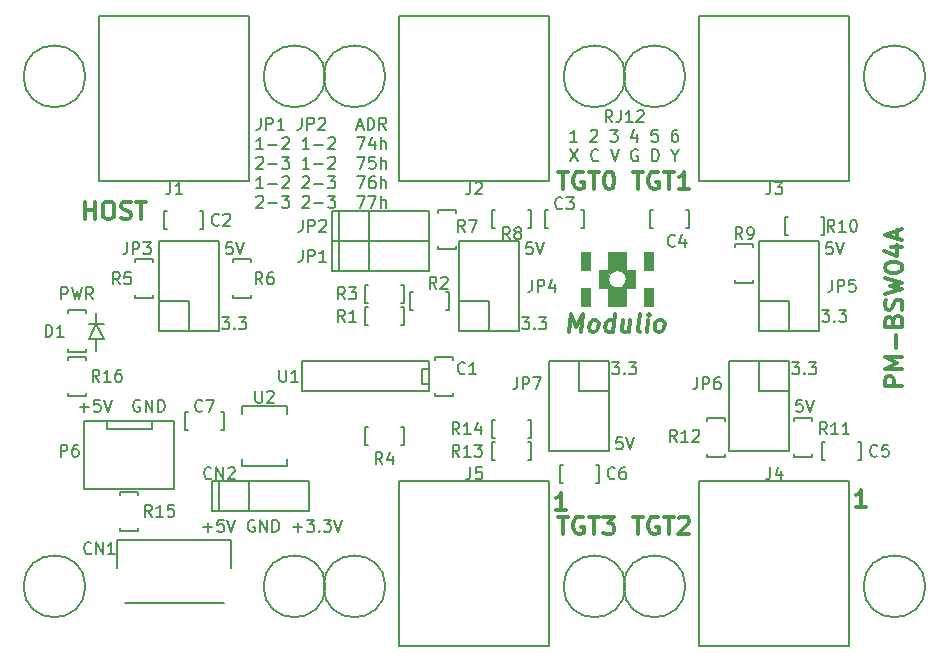
<source format=gbr>
G04 #@! TF.FileFunction,Legend,Top*
%FSLAX46Y46*%
G04 Gerber Fmt 4.6, Leading zero omitted, Abs format (unit mm)*
G04 Created by KiCad (PCBNEW 4.0.4-stable) date 01/17/17 23:29:42*
%MOMM*%
%LPD*%
G01*
G04 APERTURE LIST*
%ADD10C,0.150000*%
%ADD11C,0.300000*%
%ADD12C,0.002540*%
%ADD13R,1.162000X1.289000*%
%ADD14R,1.289000X1.162000*%
%ADD15R,2.300000X2.300000*%
%ADD16R,2.500000X2.000000*%
%ADD17R,0.800000X1.750000*%
%ADD18R,1.900000X1.900000*%
%ADD19C,1.900000*%
%ADD20R,1.200000X1.900000*%
%ADD21R,1.700000X1.000000*%
%ADD22C,1.800000*%
G04 APERTURE END LIST*
D10*
D11*
X71294572Y-39032571D02*
X70437429Y-39032571D01*
X70866001Y-39032571D02*
X70866001Y-37532571D01*
X70723144Y-37746857D01*
X70580286Y-37889714D01*
X70437429Y-37961143D01*
D10*
X50609524Y-33107381D02*
X50133333Y-33107381D01*
X50085714Y-33583571D01*
X50133333Y-33535952D01*
X50228571Y-33488333D01*
X50466667Y-33488333D01*
X50561905Y-33535952D01*
X50609524Y-33583571D01*
X50657143Y-33678810D01*
X50657143Y-33916905D01*
X50609524Y-34012143D01*
X50561905Y-34059762D01*
X50466667Y-34107381D01*
X50228571Y-34107381D01*
X50133333Y-34059762D01*
X50085714Y-34012143D01*
X50942857Y-33107381D02*
X51276190Y-34107381D01*
X51609524Y-33107381D01*
X49752381Y-26757381D02*
X50371429Y-26757381D01*
X50038095Y-27138333D01*
X50180953Y-27138333D01*
X50276191Y-27185952D01*
X50323810Y-27233571D01*
X50371429Y-27328810D01*
X50371429Y-27566905D01*
X50323810Y-27662143D01*
X50276191Y-27709762D01*
X50180953Y-27757381D01*
X49895238Y-27757381D01*
X49800000Y-27709762D01*
X49752381Y-27662143D01*
X50800000Y-27662143D02*
X50847619Y-27709762D01*
X50800000Y-27757381D01*
X50752381Y-27709762D01*
X50800000Y-27662143D01*
X50800000Y-27757381D01*
X51180952Y-26757381D02*
X51800000Y-26757381D01*
X51466666Y-27138333D01*
X51609524Y-27138333D01*
X51704762Y-27185952D01*
X51752381Y-27233571D01*
X51800000Y-27328810D01*
X51800000Y-27566905D01*
X51752381Y-27662143D01*
X51704762Y-27709762D01*
X51609524Y-27757381D01*
X51323809Y-27757381D01*
X51228571Y-27709762D01*
X51180952Y-27662143D01*
X64992381Y-26757381D02*
X65611429Y-26757381D01*
X65278095Y-27138333D01*
X65420953Y-27138333D01*
X65516191Y-27185952D01*
X65563810Y-27233571D01*
X65611429Y-27328810D01*
X65611429Y-27566905D01*
X65563810Y-27662143D01*
X65516191Y-27709762D01*
X65420953Y-27757381D01*
X65135238Y-27757381D01*
X65040000Y-27709762D01*
X64992381Y-27662143D01*
X66040000Y-27662143D02*
X66087619Y-27709762D01*
X66040000Y-27757381D01*
X65992381Y-27709762D01*
X66040000Y-27662143D01*
X66040000Y-27757381D01*
X66420952Y-26757381D02*
X67040000Y-26757381D01*
X66706666Y-27138333D01*
X66849524Y-27138333D01*
X66944762Y-27185952D01*
X66992381Y-27233571D01*
X67040000Y-27328810D01*
X67040000Y-27566905D01*
X66992381Y-27662143D01*
X66944762Y-27709762D01*
X66849524Y-27757381D01*
X66563809Y-27757381D01*
X66468571Y-27709762D01*
X66420952Y-27662143D01*
X65849524Y-29932381D02*
X65373333Y-29932381D01*
X65325714Y-30408571D01*
X65373333Y-30360952D01*
X65468571Y-30313333D01*
X65706667Y-30313333D01*
X65801905Y-30360952D01*
X65849524Y-30408571D01*
X65897143Y-30503810D01*
X65897143Y-30741905D01*
X65849524Y-30837143D01*
X65801905Y-30884762D01*
X65706667Y-30932381D01*
X65468571Y-30932381D01*
X65373333Y-30884762D01*
X65325714Y-30837143D01*
X66182857Y-29932381D02*
X66516190Y-30932381D01*
X66849524Y-29932381D01*
D11*
X45894572Y-39286571D02*
X45037429Y-39286571D01*
X45466001Y-39286571D02*
X45466001Y-37786571D01*
X45323144Y-38000857D01*
X45180286Y-38143714D01*
X45037429Y-38215143D01*
D10*
X4683571Y-30551429D02*
X5445476Y-30551429D01*
X5064524Y-30932381D02*
X5064524Y-30170476D01*
X6397857Y-29932381D02*
X5921666Y-29932381D01*
X5874047Y-30408571D01*
X5921666Y-30360952D01*
X6016904Y-30313333D01*
X6255000Y-30313333D01*
X6350238Y-30360952D01*
X6397857Y-30408571D01*
X6445476Y-30503810D01*
X6445476Y-30741905D01*
X6397857Y-30837143D01*
X6350238Y-30884762D01*
X6255000Y-30932381D01*
X6016904Y-30932381D01*
X5921666Y-30884762D01*
X5874047Y-30837143D01*
X6731190Y-29932381D02*
X7064523Y-30932381D01*
X7397857Y-29932381D01*
X9778810Y-29980000D02*
X9683572Y-29932381D01*
X9540715Y-29932381D01*
X9397857Y-29980000D01*
X9302619Y-30075238D01*
X9255000Y-30170476D01*
X9207381Y-30360952D01*
X9207381Y-30503810D01*
X9255000Y-30694286D01*
X9302619Y-30789524D01*
X9397857Y-30884762D01*
X9540715Y-30932381D01*
X9635953Y-30932381D01*
X9778810Y-30884762D01*
X9826429Y-30837143D01*
X9826429Y-30503810D01*
X9635953Y-30503810D01*
X10255000Y-30932381D02*
X10255000Y-29932381D01*
X10826429Y-30932381D01*
X10826429Y-29932381D01*
X11302619Y-30932381D02*
X11302619Y-29932381D01*
X11540714Y-29932381D01*
X11683572Y-29980000D01*
X11778810Y-30075238D01*
X11826429Y-30170476D01*
X11874048Y-30360952D01*
X11874048Y-30503810D01*
X11826429Y-30694286D01*
X11778810Y-30789524D01*
X11683572Y-30884762D01*
X11540714Y-30932381D01*
X11302619Y-30932381D01*
X15145476Y-40711429D02*
X15907381Y-40711429D01*
X15526429Y-41092381D02*
X15526429Y-40330476D01*
X16859762Y-40092381D02*
X16383571Y-40092381D01*
X16335952Y-40568571D01*
X16383571Y-40520952D01*
X16478809Y-40473333D01*
X16716905Y-40473333D01*
X16812143Y-40520952D01*
X16859762Y-40568571D01*
X16907381Y-40663810D01*
X16907381Y-40901905D01*
X16859762Y-40997143D01*
X16812143Y-41044762D01*
X16716905Y-41092381D01*
X16478809Y-41092381D01*
X16383571Y-41044762D01*
X16335952Y-40997143D01*
X17193095Y-40092381D02*
X17526428Y-41092381D01*
X17859762Y-40092381D01*
X19478810Y-40140000D02*
X19383572Y-40092381D01*
X19240715Y-40092381D01*
X19097857Y-40140000D01*
X19002619Y-40235238D01*
X18955000Y-40330476D01*
X18907381Y-40520952D01*
X18907381Y-40663810D01*
X18955000Y-40854286D01*
X19002619Y-40949524D01*
X19097857Y-41044762D01*
X19240715Y-41092381D01*
X19335953Y-41092381D01*
X19478810Y-41044762D01*
X19526429Y-40997143D01*
X19526429Y-40663810D01*
X19335953Y-40663810D01*
X19955000Y-41092381D02*
X19955000Y-40092381D01*
X20526429Y-41092381D01*
X20526429Y-40092381D01*
X21002619Y-41092381D02*
X21002619Y-40092381D01*
X21240714Y-40092381D01*
X21383572Y-40140000D01*
X21478810Y-40235238D01*
X21526429Y-40330476D01*
X21574048Y-40520952D01*
X21574048Y-40663810D01*
X21526429Y-40854286D01*
X21478810Y-40949524D01*
X21383572Y-41044762D01*
X21240714Y-41092381D01*
X21002619Y-41092381D01*
X22764524Y-40711429D02*
X23526429Y-40711429D01*
X23145477Y-41092381D02*
X23145477Y-40330476D01*
X23907381Y-40092381D02*
X24526429Y-40092381D01*
X24193095Y-40473333D01*
X24335953Y-40473333D01*
X24431191Y-40520952D01*
X24478810Y-40568571D01*
X24526429Y-40663810D01*
X24526429Y-40901905D01*
X24478810Y-40997143D01*
X24431191Y-41044762D01*
X24335953Y-41092381D01*
X24050238Y-41092381D01*
X23955000Y-41044762D01*
X23907381Y-40997143D01*
X24955000Y-40997143D02*
X25002619Y-41044762D01*
X24955000Y-41092381D01*
X24907381Y-41044762D01*
X24955000Y-40997143D01*
X24955000Y-41092381D01*
X25335952Y-40092381D02*
X25955000Y-40092381D01*
X25621666Y-40473333D01*
X25764524Y-40473333D01*
X25859762Y-40520952D01*
X25907381Y-40568571D01*
X25955000Y-40663810D01*
X25955000Y-40901905D01*
X25907381Y-40997143D01*
X25859762Y-41044762D01*
X25764524Y-41092381D01*
X25478809Y-41092381D01*
X25383571Y-41044762D01*
X25335952Y-40997143D01*
X26240714Y-40092381D02*
X26574047Y-41092381D01*
X26907381Y-40092381D01*
X3111667Y-21407381D02*
X3111667Y-20407381D01*
X3492620Y-20407381D01*
X3587858Y-20455000D01*
X3635477Y-20502619D01*
X3683096Y-20597857D01*
X3683096Y-20740714D01*
X3635477Y-20835952D01*
X3587858Y-20883571D01*
X3492620Y-20931190D01*
X3111667Y-20931190D01*
X4016429Y-20407381D02*
X4254524Y-21407381D01*
X4445001Y-20693095D01*
X4635477Y-21407381D01*
X4873572Y-20407381D01*
X5825953Y-21407381D02*
X5492619Y-20931190D01*
X5254524Y-21407381D02*
X5254524Y-20407381D01*
X5635477Y-20407381D01*
X5730715Y-20455000D01*
X5778334Y-20502619D01*
X5825953Y-20597857D01*
X5825953Y-20740714D01*
X5778334Y-20835952D01*
X5730715Y-20883571D01*
X5635477Y-20931190D01*
X5254524Y-20931190D01*
D11*
X46115893Y-24173571D02*
X46303393Y-22673571D01*
X46669464Y-23745000D01*
X47303393Y-22673571D01*
X47115893Y-24173571D01*
X48044465Y-24173571D02*
X47910535Y-24102143D01*
X47848036Y-24030714D01*
X47794464Y-23887857D01*
X47848035Y-23459286D01*
X47937321Y-23316429D01*
X48017678Y-23245000D01*
X48169465Y-23173571D01*
X48383750Y-23173571D01*
X48517678Y-23245000D01*
X48580178Y-23316429D01*
X48633750Y-23459286D01*
X48580179Y-23887857D01*
X48490893Y-24030714D01*
X48410535Y-24102143D01*
X48258750Y-24173571D01*
X48044465Y-24173571D01*
X49830179Y-24173571D02*
X50017679Y-22673571D01*
X49839107Y-24102143D02*
X49687322Y-24173571D01*
X49401608Y-24173571D01*
X49267678Y-24102143D01*
X49205179Y-24030714D01*
X49151607Y-23887857D01*
X49205178Y-23459286D01*
X49294464Y-23316429D01*
X49374821Y-23245000D01*
X49526608Y-23173571D01*
X49812322Y-23173571D01*
X49946250Y-23245000D01*
X51312322Y-23173571D02*
X51187322Y-24173571D01*
X50669465Y-23173571D02*
X50571250Y-23959286D01*
X50624821Y-24102143D01*
X50758751Y-24173571D01*
X50973036Y-24173571D01*
X51124821Y-24102143D01*
X51205179Y-24030714D01*
X52115894Y-24173571D02*
X51981964Y-24102143D01*
X51928393Y-23959286D01*
X52089108Y-22673571D01*
X52687322Y-24173571D02*
X52812322Y-23173571D01*
X52874822Y-22673571D02*
X52794464Y-22745000D01*
X52856964Y-22816429D01*
X52937321Y-22745000D01*
X52874822Y-22673571D01*
X52856964Y-22816429D01*
X53615894Y-24173571D02*
X53481964Y-24102143D01*
X53419465Y-24030714D01*
X53365893Y-23887857D01*
X53419464Y-23459286D01*
X53508750Y-23316429D01*
X53589107Y-23245000D01*
X53740894Y-23173571D01*
X53955179Y-23173571D01*
X54089107Y-23245000D01*
X54151607Y-23316429D01*
X54205179Y-23459286D01*
X54151608Y-23887857D01*
X54062322Y-24030714D01*
X53981964Y-24102143D01*
X53830179Y-24173571D01*
X53615894Y-24173571D01*
D10*
X67532381Y-22312381D02*
X68151429Y-22312381D01*
X67818095Y-22693333D01*
X67960953Y-22693333D01*
X68056191Y-22740952D01*
X68103810Y-22788571D01*
X68151429Y-22883810D01*
X68151429Y-23121905D01*
X68103810Y-23217143D01*
X68056191Y-23264762D01*
X67960953Y-23312381D01*
X67675238Y-23312381D01*
X67580000Y-23264762D01*
X67532381Y-23217143D01*
X68580000Y-23217143D02*
X68627619Y-23264762D01*
X68580000Y-23312381D01*
X68532381Y-23264762D01*
X68580000Y-23217143D01*
X68580000Y-23312381D01*
X68960952Y-22312381D02*
X69580000Y-22312381D01*
X69246666Y-22693333D01*
X69389524Y-22693333D01*
X69484762Y-22740952D01*
X69532381Y-22788571D01*
X69580000Y-22883810D01*
X69580000Y-23121905D01*
X69532381Y-23217143D01*
X69484762Y-23264762D01*
X69389524Y-23312381D01*
X69103809Y-23312381D01*
X69008571Y-23264762D01*
X68960952Y-23217143D01*
X68389524Y-16597381D02*
X67913333Y-16597381D01*
X67865714Y-17073571D01*
X67913333Y-17025952D01*
X68008571Y-16978333D01*
X68246667Y-16978333D01*
X68341905Y-17025952D01*
X68389524Y-17073571D01*
X68437143Y-17168810D01*
X68437143Y-17406905D01*
X68389524Y-17502143D01*
X68341905Y-17549762D01*
X68246667Y-17597381D01*
X68008571Y-17597381D01*
X67913333Y-17549762D01*
X67865714Y-17502143D01*
X68722857Y-16597381D02*
X69056190Y-17597381D01*
X69389524Y-16597381D01*
X42132381Y-22947381D02*
X42751429Y-22947381D01*
X42418095Y-23328333D01*
X42560953Y-23328333D01*
X42656191Y-23375952D01*
X42703810Y-23423571D01*
X42751429Y-23518810D01*
X42751429Y-23756905D01*
X42703810Y-23852143D01*
X42656191Y-23899762D01*
X42560953Y-23947381D01*
X42275238Y-23947381D01*
X42180000Y-23899762D01*
X42132381Y-23852143D01*
X43180000Y-23852143D02*
X43227619Y-23899762D01*
X43180000Y-23947381D01*
X43132381Y-23899762D01*
X43180000Y-23852143D01*
X43180000Y-23947381D01*
X43560952Y-22947381D02*
X44180000Y-22947381D01*
X43846666Y-23328333D01*
X43989524Y-23328333D01*
X44084762Y-23375952D01*
X44132381Y-23423571D01*
X44180000Y-23518810D01*
X44180000Y-23756905D01*
X44132381Y-23852143D01*
X44084762Y-23899762D01*
X43989524Y-23947381D01*
X43703809Y-23947381D01*
X43608571Y-23899762D01*
X43560952Y-23852143D01*
X42989524Y-16597381D02*
X42513333Y-16597381D01*
X42465714Y-17073571D01*
X42513333Y-17025952D01*
X42608571Y-16978333D01*
X42846667Y-16978333D01*
X42941905Y-17025952D01*
X42989524Y-17073571D01*
X43037143Y-17168810D01*
X43037143Y-17406905D01*
X42989524Y-17502143D01*
X42941905Y-17549762D01*
X42846667Y-17597381D01*
X42608571Y-17597381D01*
X42513333Y-17549762D01*
X42465714Y-17502143D01*
X43322857Y-16597381D02*
X43656190Y-17597381D01*
X43989524Y-16597381D01*
X17589524Y-16597381D02*
X17113333Y-16597381D01*
X17065714Y-17073571D01*
X17113333Y-17025952D01*
X17208571Y-16978333D01*
X17446667Y-16978333D01*
X17541905Y-17025952D01*
X17589524Y-17073571D01*
X17637143Y-17168810D01*
X17637143Y-17406905D01*
X17589524Y-17502143D01*
X17541905Y-17549762D01*
X17446667Y-17597381D01*
X17208571Y-17597381D01*
X17113333Y-17549762D01*
X17065714Y-17502143D01*
X17922857Y-16597381D02*
X18256190Y-17597381D01*
X18589524Y-16597381D01*
X16732381Y-22947381D02*
X17351429Y-22947381D01*
X17018095Y-23328333D01*
X17160953Y-23328333D01*
X17256191Y-23375952D01*
X17303810Y-23423571D01*
X17351429Y-23518810D01*
X17351429Y-23756905D01*
X17303810Y-23852143D01*
X17256191Y-23899762D01*
X17160953Y-23947381D01*
X16875238Y-23947381D01*
X16780000Y-23899762D01*
X16732381Y-23852143D01*
X17780000Y-23852143D02*
X17827619Y-23899762D01*
X17780000Y-23947381D01*
X17732381Y-23899762D01*
X17780000Y-23852143D01*
X17780000Y-23947381D01*
X18160952Y-22947381D02*
X18780000Y-22947381D01*
X18446666Y-23328333D01*
X18589524Y-23328333D01*
X18684762Y-23375952D01*
X18732381Y-23423571D01*
X18780000Y-23518810D01*
X18780000Y-23756905D01*
X18732381Y-23852143D01*
X18684762Y-23899762D01*
X18589524Y-23947381D01*
X18303809Y-23947381D01*
X18208571Y-23899762D01*
X18160952Y-23852143D01*
X49776191Y-6422381D02*
X49442857Y-5946190D01*
X49204762Y-6422381D02*
X49204762Y-5422381D01*
X49585715Y-5422381D01*
X49680953Y-5470000D01*
X49728572Y-5517619D01*
X49776191Y-5612857D01*
X49776191Y-5755714D01*
X49728572Y-5850952D01*
X49680953Y-5898571D01*
X49585715Y-5946190D01*
X49204762Y-5946190D01*
X50490477Y-5422381D02*
X50490477Y-6136667D01*
X50442857Y-6279524D01*
X50347619Y-6374762D01*
X50204762Y-6422381D01*
X50109524Y-6422381D01*
X51490477Y-6422381D02*
X50919048Y-6422381D01*
X51204762Y-6422381D02*
X51204762Y-5422381D01*
X51109524Y-5565238D01*
X51014286Y-5660476D01*
X50919048Y-5708095D01*
X51871429Y-5517619D02*
X51919048Y-5470000D01*
X52014286Y-5422381D01*
X52252382Y-5422381D01*
X52347620Y-5470000D01*
X52395239Y-5517619D01*
X52442858Y-5612857D01*
X52442858Y-5708095D01*
X52395239Y-5850952D01*
X51823810Y-6422381D01*
X52442858Y-6422381D01*
X46800000Y-8072381D02*
X46228571Y-8072381D01*
X46514285Y-8072381D02*
X46514285Y-7072381D01*
X46419047Y-7215238D01*
X46323809Y-7310476D01*
X46228571Y-7358095D01*
X47942857Y-7167619D02*
X47990476Y-7120000D01*
X48085714Y-7072381D01*
X48323810Y-7072381D01*
X48419048Y-7120000D01*
X48466667Y-7167619D01*
X48514286Y-7262857D01*
X48514286Y-7358095D01*
X48466667Y-7500952D01*
X47895238Y-8072381D01*
X48514286Y-8072381D01*
X49609524Y-7072381D02*
X50228572Y-7072381D01*
X49895238Y-7453333D01*
X50038096Y-7453333D01*
X50133334Y-7500952D01*
X50180953Y-7548571D01*
X50228572Y-7643810D01*
X50228572Y-7881905D01*
X50180953Y-7977143D01*
X50133334Y-8024762D01*
X50038096Y-8072381D01*
X49752381Y-8072381D01*
X49657143Y-8024762D01*
X49609524Y-7977143D01*
X51847620Y-7405714D02*
X51847620Y-8072381D01*
X51609524Y-7024762D02*
X51371429Y-7739048D01*
X51990477Y-7739048D01*
X53609525Y-7072381D02*
X53133334Y-7072381D01*
X53085715Y-7548571D01*
X53133334Y-7500952D01*
X53228572Y-7453333D01*
X53466668Y-7453333D01*
X53561906Y-7500952D01*
X53609525Y-7548571D01*
X53657144Y-7643810D01*
X53657144Y-7881905D01*
X53609525Y-7977143D01*
X53561906Y-8024762D01*
X53466668Y-8072381D01*
X53228572Y-8072381D01*
X53133334Y-8024762D01*
X53085715Y-7977143D01*
X55276192Y-7072381D02*
X55085715Y-7072381D01*
X54990477Y-7120000D01*
X54942858Y-7167619D01*
X54847620Y-7310476D01*
X54800001Y-7500952D01*
X54800001Y-7881905D01*
X54847620Y-7977143D01*
X54895239Y-8024762D01*
X54990477Y-8072381D01*
X55180954Y-8072381D01*
X55276192Y-8024762D01*
X55323811Y-7977143D01*
X55371430Y-7881905D01*
X55371430Y-7643810D01*
X55323811Y-7548571D01*
X55276192Y-7500952D01*
X55180954Y-7453333D01*
X54990477Y-7453333D01*
X54895239Y-7500952D01*
X54847620Y-7548571D01*
X54800001Y-7643810D01*
X46204761Y-8722381D02*
X46871428Y-9722381D01*
X46871428Y-8722381D02*
X46204761Y-9722381D01*
X48585714Y-9627143D02*
X48538095Y-9674762D01*
X48395238Y-9722381D01*
X48300000Y-9722381D01*
X48157142Y-9674762D01*
X48061904Y-9579524D01*
X48014285Y-9484286D01*
X47966666Y-9293810D01*
X47966666Y-9150952D01*
X48014285Y-8960476D01*
X48061904Y-8865238D01*
X48157142Y-8770000D01*
X48300000Y-8722381D01*
X48395238Y-8722381D01*
X48538095Y-8770000D01*
X48585714Y-8817619D01*
X49633333Y-8722381D02*
X49966666Y-9722381D01*
X50300000Y-8722381D01*
X51919048Y-8770000D02*
X51823810Y-8722381D01*
X51680953Y-8722381D01*
X51538095Y-8770000D01*
X51442857Y-8865238D01*
X51395238Y-8960476D01*
X51347619Y-9150952D01*
X51347619Y-9293810D01*
X51395238Y-9484286D01*
X51442857Y-9579524D01*
X51538095Y-9674762D01*
X51680953Y-9722381D01*
X51776191Y-9722381D01*
X51919048Y-9674762D01*
X51966667Y-9627143D01*
X51966667Y-9293810D01*
X51776191Y-9293810D01*
X53157143Y-9722381D02*
X53157143Y-8722381D01*
X53395238Y-8722381D01*
X53538096Y-8770000D01*
X53633334Y-8865238D01*
X53680953Y-8960476D01*
X53728572Y-9150952D01*
X53728572Y-9293810D01*
X53680953Y-9484286D01*
X53633334Y-9579524D01*
X53538096Y-9674762D01*
X53395238Y-9722381D01*
X53157143Y-9722381D01*
X55109524Y-9246190D02*
X55109524Y-9722381D01*
X54776191Y-8722381D02*
X55109524Y-9246190D01*
X55442858Y-8722381D01*
X20003143Y-6058381D02*
X20003143Y-6772667D01*
X19955523Y-6915524D01*
X19860285Y-7010762D01*
X19717428Y-7058381D01*
X19622190Y-7058381D01*
X20479333Y-7058381D02*
X20479333Y-6058381D01*
X20860286Y-6058381D01*
X20955524Y-6106000D01*
X21003143Y-6153619D01*
X21050762Y-6248857D01*
X21050762Y-6391714D01*
X21003143Y-6486952D01*
X20955524Y-6534571D01*
X20860286Y-6582190D01*
X20479333Y-6582190D01*
X22003143Y-7058381D02*
X21431714Y-7058381D01*
X21717428Y-7058381D02*
X21717428Y-6058381D01*
X21622190Y-6201238D01*
X21526952Y-6296476D01*
X21431714Y-6344095D01*
X23479334Y-6058381D02*
X23479334Y-6772667D01*
X23431714Y-6915524D01*
X23336476Y-7010762D01*
X23193619Y-7058381D01*
X23098381Y-7058381D01*
X23955524Y-7058381D02*
X23955524Y-6058381D01*
X24336477Y-6058381D01*
X24431715Y-6106000D01*
X24479334Y-6153619D01*
X24526953Y-6248857D01*
X24526953Y-6391714D01*
X24479334Y-6486952D01*
X24431715Y-6534571D01*
X24336477Y-6582190D01*
X23955524Y-6582190D01*
X24907905Y-6153619D02*
X24955524Y-6106000D01*
X25050762Y-6058381D01*
X25288858Y-6058381D01*
X25384096Y-6106000D01*
X25431715Y-6153619D01*
X25479334Y-6248857D01*
X25479334Y-6344095D01*
X25431715Y-6486952D01*
X24860286Y-7058381D01*
X25479334Y-7058381D01*
X28146001Y-6772667D02*
X28622192Y-6772667D01*
X28050763Y-7058381D02*
X28384096Y-6058381D01*
X28717430Y-7058381D01*
X29050763Y-7058381D02*
X29050763Y-6058381D01*
X29288858Y-6058381D01*
X29431716Y-6106000D01*
X29526954Y-6201238D01*
X29574573Y-6296476D01*
X29622192Y-6486952D01*
X29622192Y-6629810D01*
X29574573Y-6820286D01*
X29526954Y-6915524D01*
X29431716Y-7010762D01*
X29288858Y-7058381D01*
X29050763Y-7058381D01*
X30622192Y-7058381D02*
X30288858Y-6582190D01*
X30050763Y-7058381D02*
X30050763Y-6058381D01*
X30431716Y-6058381D01*
X30526954Y-6106000D01*
X30574573Y-6153619D01*
X30622192Y-6248857D01*
X30622192Y-6391714D01*
X30574573Y-6486952D01*
X30526954Y-6534571D01*
X30431716Y-6582190D01*
X30050763Y-6582190D01*
X20217429Y-8708381D02*
X19646000Y-8708381D01*
X19931714Y-8708381D02*
X19931714Y-7708381D01*
X19836476Y-7851238D01*
X19741238Y-7946476D01*
X19646000Y-7994095D01*
X20646000Y-8327429D02*
X21407905Y-8327429D01*
X21836476Y-7803619D02*
X21884095Y-7756000D01*
X21979333Y-7708381D01*
X22217429Y-7708381D01*
X22312667Y-7756000D01*
X22360286Y-7803619D01*
X22407905Y-7898857D01*
X22407905Y-7994095D01*
X22360286Y-8136952D01*
X21788857Y-8708381D01*
X22407905Y-8708381D01*
X24122191Y-8708381D02*
X23550762Y-8708381D01*
X23836476Y-8708381D02*
X23836476Y-7708381D01*
X23741238Y-7851238D01*
X23646000Y-7946476D01*
X23550762Y-7994095D01*
X24550762Y-8327429D02*
X25312667Y-8327429D01*
X25741238Y-7803619D02*
X25788857Y-7756000D01*
X25884095Y-7708381D01*
X26122191Y-7708381D01*
X26217429Y-7756000D01*
X26265048Y-7803619D01*
X26312667Y-7898857D01*
X26312667Y-7994095D01*
X26265048Y-8136952D01*
X25693619Y-8708381D01*
X26312667Y-8708381D01*
X28169810Y-7708381D02*
X28836477Y-7708381D01*
X28407905Y-8708381D01*
X29646001Y-8041714D02*
X29646001Y-8708381D01*
X29407905Y-7660762D02*
X29169810Y-8375048D01*
X29788858Y-8375048D01*
X30169810Y-8708381D02*
X30169810Y-7708381D01*
X30598382Y-8708381D02*
X30598382Y-8184571D01*
X30550763Y-8089333D01*
X30455525Y-8041714D01*
X30312667Y-8041714D01*
X30217429Y-8089333D01*
X30169810Y-8136952D01*
X19646000Y-9453619D02*
X19693619Y-9406000D01*
X19788857Y-9358381D01*
X20026953Y-9358381D01*
X20122191Y-9406000D01*
X20169810Y-9453619D01*
X20217429Y-9548857D01*
X20217429Y-9644095D01*
X20169810Y-9786952D01*
X19598381Y-10358381D01*
X20217429Y-10358381D01*
X20646000Y-9977429D02*
X21407905Y-9977429D01*
X21788857Y-9358381D02*
X22407905Y-9358381D01*
X22074571Y-9739333D01*
X22217429Y-9739333D01*
X22312667Y-9786952D01*
X22360286Y-9834571D01*
X22407905Y-9929810D01*
X22407905Y-10167905D01*
X22360286Y-10263143D01*
X22312667Y-10310762D01*
X22217429Y-10358381D01*
X21931714Y-10358381D01*
X21836476Y-10310762D01*
X21788857Y-10263143D01*
X24122191Y-10358381D02*
X23550762Y-10358381D01*
X23836476Y-10358381D02*
X23836476Y-9358381D01*
X23741238Y-9501238D01*
X23646000Y-9596476D01*
X23550762Y-9644095D01*
X24550762Y-9977429D02*
X25312667Y-9977429D01*
X25741238Y-9453619D02*
X25788857Y-9406000D01*
X25884095Y-9358381D01*
X26122191Y-9358381D01*
X26217429Y-9406000D01*
X26265048Y-9453619D01*
X26312667Y-9548857D01*
X26312667Y-9644095D01*
X26265048Y-9786952D01*
X25693619Y-10358381D01*
X26312667Y-10358381D01*
X28169810Y-9358381D02*
X28836477Y-9358381D01*
X28407905Y-10358381D01*
X29693620Y-9358381D02*
X29217429Y-9358381D01*
X29169810Y-9834571D01*
X29217429Y-9786952D01*
X29312667Y-9739333D01*
X29550763Y-9739333D01*
X29646001Y-9786952D01*
X29693620Y-9834571D01*
X29741239Y-9929810D01*
X29741239Y-10167905D01*
X29693620Y-10263143D01*
X29646001Y-10310762D01*
X29550763Y-10358381D01*
X29312667Y-10358381D01*
X29217429Y-10310762D01*
X29169810Y-10263143D01*
X30169810Y-10358381D02*
X30169810Y-9358381D01*
X30598382Y-10358381D02*
X30598382Y-9834571D01*
X30550763Y-9739333D01*
X30455525Y-9691714D01*
X30312667Y-9691714D01*
X30217429Y-9739333D01*
X30169810Y-9786952D01*
X20217429Y-12008381D02*
X19646000Y-12008381D01*
X19931714Y-12008381D02*
X19931714Y-11008381D01*
X19836476Y-11151238D01*
X19741238Y-11246476D01*
X19646000Y-11294095D01*
X20646000Y-11627429D02*
X21407905Y-11627429D01*
X21836476Y-11103619D02*
X21884095Y-11056000D01*
X21979333Y-11008381D01*
X22217429Y-11008381D01*
X22312667Y-11056000D01*
X22360286Y-11103619D01*
X22407905Y-11198857D01*
X22407905Y-11294095D01*
X22360286Y-11436952D01*
X21788857Y-12008381D01*
X22407905Y-12008381D01*
X23550762Y-11103619D02*
X23598381Y-11056000D01*
X23693619Y-11008381D01*
X23931715Y-11008381D01*
X24026953Y-11056000D01*
X24074572Y-11103619D01*
X24122191Y-11198857D01*
X24122191Y-11294095D01*
X24074572Y-11436952D01*
X23503143Y-12008381D01*
X24122191Y-12008381D01*
X24550762Y-11627429D02*
X25312667Y-11627429D01*
X25693619Y-11008381D02*
X26312667Y-11008381D01*
X25979333Y-11389333D01*
X26122191Y-11389333D01*
X26217429Y-11436952D01*
X26265048Y-11484571D01*
X26312667Y-11579810D01*
X26312667Y-11817905D01*
X26265048Y-11913143D01*
X26217429Y-11960762D01*
X26122191Y-12008381D01*
X25836476Y-12008381D01*
X25741238Y-11960762D01*
X25693619Y-11913143D01*
X28169810Y-11008381D02*
X28836477Y-11008381D01*
X28407905Y-12008381D01*
X29646001Y-11008381D02*
X29455524Y-11008381D01*
X29360286Y-11056000D01*
X29312667Y-11103619D01*
X29217429Y-11246476D01*
X29169810Y-11436952D01*
X29169810Y-11817905D01*
X29217429Y-11913143D01*
X29265048Y-11960762D01*
X29360286Y-12008381D01*
X29550763Y-12008381D01*
X29646001Y-11960762D01*
X29693620Y-11913143D01*
X29741239Y-11817905D01*
X29741239Y-11579810D01*
X29693620Y-11484571D01*
X29646001Y-11436952D01*
X29550763Y-11389333D01*
X29360286Y-11389333D01*
X29265048Y-11436952D01*
X29217429Y-11484571D01*
X29169810Y-11579810D01*
X30169810Y-12008381D02*
X30169810Y-11008381D01*
X30598382Y-12008381D02*
X30598382Y-11484571D01*
X30550763Y-11389333D01*
X30455525Y-11341714D01*
X30312667Y-11341714D01*
X30217429Y-11389333D01*
X30169810Y-11436952D01*
X19646000Y-12753619D02*
X19693619Y-12706000D01*
X19788857Y-12658381D01*
X20026953Y-12658381D01*
X20122191Y-12706000D01*
X20169810Y-12753619D01*
X20217429Y-12848857D01*
X20217429Y-12944095D01*
X20169810Y-13086952D01*
X19598381Y-13658381D01*
X20217429Y-13658381D01*
X20646000Y-13277429D02*
X21407905Y-13277429D01*
X21788857Y-12658381D02*
X22407905Y-12658381D01*
X22074571Y-13039333D01*
X22217429Y-13039333D01*
X22312667Y-13086952D01*
X22360286Y-13134571D01*
X22407905Y-13229810D01*
X22407905Y-13467905D01*
X22360286Y-13563143D01*
X22312667Y-13610762D01*
X22217429Y-13658381D01*
X21931714Y-13658381D01*
X21836476Y-13610762D01*
X21788857Y-13563143D01*
X23550762Y-12753619D02*
X23598381Y-12706000D01*
X23693619Y-12658381D01*
X23931715Y-12658381D01*
X24026953Y-12706000D01*
X24074572Y-12753619D01*
X24122191Y-12848857D01*
X24122191Y-12944095D01*
X24074572Y-13086952D01*
X23503143Y-13658381D01*
X24122191Y-13658381D01*
X24550762Y-13277429D02*
X25312667Y-13277429D01*
X25693619Y-12658381D02*
X26312667Y-12658381D01*
X25979333Y-13039333D01*
X26122191Y-13039333D01*
X26217429Y-13086952D01*
X26265048Y-13134571D01*
X26312667Y-13229810D01*
X26312667Y-13467905D01*
X26265048Y-13563143D01*
X26217429Y-13610762D01*
X26122191Y-13658381D01*
X25836476Y-13658381D01*
X25741238Y-13610762D01*
X25693619Y-13563143D01*
X28169810Y-12658381D02*
X28836477Y-12658381D01*
X28407905Y-13658381D01*
X29122191Y-12658381D02*
X29788858Y-12658381D01*
X29360286Y-13658381D01*
X30169810Y-13658381D02*
X30169810Y-12658381D01*
X30598382Y-13658381D02*
X30598382Y-13134571D01*
X30550763Y-13039333D01*
X30455525Y-12991714D01*
X30312667Y-12991714D01*
X30217429Y-13039333D01*
X30169810Y-13086952D01*
D11*
X45160715Y-39818571D02*
X46017858Y-39818571D01*
X45589287Y-41318571D02*
X45589287Y-39818571D01*
X47303572Y-39890000D02*
X47160715Y-39818571D01*
X46946429Y-39818571D01*
X46732144Y-39890000D01*
X46589286Y-40032857D01*
X46517858Y-40175714D01*
X46446429Y-40461429D01*
X46446429Y-40675714D01*
X46517858Y-40961429D01*
X46589286Y-41104286D01*
X46732144Y-41247143D01*
X46946429Y-41318571D01*
X47089286Y-41318571D01*
X47303572Y-41247143D01*
X47375001Y-41175714D01*
X47375001Y-40675714D01*
X47089286Y-40675714D01*
X47803572Y-39818571D02*
X48660715Y-39818571D01*
X48232144Y-41318571D02*
X48232144Y-39818571D01*
X49017858Y-39818571D02*
X49946429Y-39818571D01*
X49446429Y-40390000D01*
X49660715Y-40390000D01*
X49803572Y-40461429D01*
X49875001Y-40532857D01*
X49946429Y-40675714D01*
X49946429Y-41032857D01*
X49875001Y-41175714D01*
X49803572Y-41247143D01*
X49660715Y-41318571D01*
X49232143Y-41318571D01*
X49089286Y-41247143D01*
X49017858Y-41175714D01*
X51510715Y-39818571D02*
X52367858Y-39818571D01*
X51939287Y-41318571D02*
X51939287Y-39818571D01*
X53653572Y-39890000D02*
X53510715Y-39818571D01*
X53296429Y-39818571D01*
X53082144Y-39890000D01*
X52939286Y-40032857D01*
X52867858Y-40175714D01*
X52796429Y-40461429D01*
X52796429Y-40675714D01*
X52867858Y-40961429D01*
X52939286Y-41104286D01*
X53082144Y-41247143D01*
X53296429Y-41318571D01*
X53439286Y-41318571D01*
X53653572Y-41247143D01*
X53725001Y-41175714D01*
X53725001Y-40675714D01*
X53439286Y-40675714D01*
X54153572Y-39818571D02*
X55010715Y-39818571D01*
X54582144Y-41318571D02*
X54582144Y-39818571D01*
X55439286Y-39961429D02*
X55510715Y-39890000D01*
X55653572Y-39818571D01*
X56010715Y-39818571D01*
X56153572Y-39890000D01*
X56225001Y-39961429D01*
X56296429Y-40104286D01*
X56296429Y-40247143D01*
X56225001Y-40461429D01*
X55367858Y-41318571D01*
X56296429Y-41318571D01*
X51510715Y-10608571D02*
X52367858Y-10608571D01*
X51939287Y-12108571D02*
X51939287Y-10608571D01*
X53653572Y-10680000D02*
X53510715Y-10608571D01*
X53296429Y-10608571D01*
X53082144Y-10680000D01*
X52939286Y-10822857D01*
X52867858Y-10965714D01*
X52796429Y-11251429D01*
X52796429Y-11465714D01*
X52867858Y-11751429D01*
X52939286Y-11894286D01*
X53082144Y-12037143D01*
X53296429Y-12108571D01*
X53439286Y-12108571D01*
X53653572Y-12037143D01*
X53725001Y-11965714D01*
X53725001Y-11465714D01*
X53439286Y-11465714D01*
X54153572Y-10608571D02*
X55010715Y-10608571D01*
X54582144Y-12108571D02*
X54582144Y-10608571D01*
X56296429Y-12108571D02*
X55439286Y-12108571D01*
X55867858Y-12108571D02*
X55867858Y-10608571D01*
X55725001Y-10822857D01*
X55582143Y-10965714D01*
X55439286Y-11037143D01*
X45160715Y-10608571D02*
X46017858Y-10608571D01*
X45589287Y-12108571D02*
X45589287Y-10608571D01*
X47303572Y-10680000D02*
X47160715Y-10608571D01*
X46946429Y-10608571D01*
X46732144Y-10680000D01*
X46589286Y-10822857D01*
X46517858Y-10965714D01*
X46446429Y-11251429D01*
X46446429Y-11465714D01*
X46517858Y-11751429D01*
X46589286Y-11894286D01*
X46732144Y-12037143D01*
X46946429Y-12108571D01*
X47089286Y-12108571D01*
X47303572Y-12037143D01*
X47375001Y-11965714D01*
X47375001Y-11465714D01*
X47089286Y-11465714D01*
X47803572Y-10608571D02*
X48660715Y-10608571D01*
X48232144Y-12108571D02*
X48232144Y-10608571D01*
X49446429Y-10608571D02*
X49589286Y-10608571D01*
X49732143Y-10680000D01*
X49803572Y-10751429D01*
X49875001Y-10894286D01*
X49946429Y-11180000D01*
X49946429Y-11537143D01*
X49875001Y-11822857D01*
X49803572Y-11965714D01*
X49732143Y-12037143D01*
X49589286Y-12108571D01*
X49446429Y-12108571D01*
X49303572Y-12037143D01*
X49232143Y-11965714D01*
X49160715Y-11822857D01*
X49089286Y-11537143D01*
X49089286Y-11180000D01*
X49160715Y-10894286D01*
X49232143Y-10751429D01*
X49303572Y-10680000D01*
X49446429Y-10608571D01*
X5120000Y-14648571D02*
X5120000Y-13148571D01*
X5120000Y-13862857D02*
X5977143Y-13862857D01*
X5977143Y-14648571D02*
X5977143Y-13148571D01*
X6977143Y-13148571D02*
X7262857Y-13148571D01*
X7405715Y-13220000D01*
X7548572Y-13362857D01*
X7620000Y-13648571D01*
X7620000Y-14148571D01*
X7548572Y-14434286D01*
X7405715Y-14577143D01*
X7262857Y-14648571D01*
X6977143Y-14648571D01*
X6834286Y-14577143D01*
X6691429Y-14434286D01*
X6620000Y-14148571D01*
X6620000Y-13648571D01*
X6691429Y-13362857D01*
X6834286Y-13220000D01*
X6977143Y-13148571D01*
X8191429Y-14577143D02*
X8405715Y-14648571D01*
X8762858Y-14648571D01*
X8905715Y-14577143D01*
X8977144Y-14505714D01*
X9048572Y-14362857D01*
X9048572Y-14220000D01*
X8977144Y-14077143D01*
X8905715Y-14005714D01*
X8762858Y-13934286D01*
X8477144Y-13862857D01*
X8334286Y-13791429D01*
X8262858Y-13720000D01*
X8191429Y-13577143D01*
X8191429Y-13434286D01*
X8262858Y-13291429D01*
X8334286Y-13220000D01*
X8477144Y-13148571D01*
X8834286Y-13148571D01*
X9048572Y-13220000D01*
X9477143Y-13148571D02*
X10334286Y-13148571D01*
X9905715Y-14648571D02*
X9905715Y-13148571D01*
X74338571Y-28796428D02*
X72838571Y-28796428D01*
X72838571Y-28225000D01*
X72910000Y-28082142D01*
X72981429Y-28010714D01*
X73124286Y-27939285D01*
X73338571Y-27939285D01*
X73481429Y-28010714D01*
X73552857Y-28082142D01*
X73624286Y-28225000D01*
X73624286Y-28796428D01*
X74338571Y-27296428D02*
X72838571Y-27296428D01*
X73910000Y-26796428D01*
X72838571Y-26296428D01*
X74338571Y-26296428D01*
X73767143Y-25582142D02*
X73767143Y-24439285D01*
X73552857Y-23224999D02*
X73624286Y-23010713D01*
X73695714Y-22939285D01*
X73838571Y-22867856D01*
X74052857Y-22867856D01*
X74195714Y-22939285D01*
X74267143Y-23010713D01*
X74338571Y-23153571D01*
X74338571Y-23724999D01*
X72838571Y-23724999D01*
X72838571Y-23224999D01*
X72910000Y-23082142D01*
X72981429Y-23010713D01*
X73124286Y-22939285D01*
X73267143Y-22939285D01*
X73410000Y-23010713D01*
X73481429Y-23082142D01*
X73552857Y-23224999D01*
X73552857Y-23724999D01*
X74267143Y-22296428D02*
X74338571Y-22082142D01*
X74338571Y-21724999D01*
X74267143Y-21582142D01*
X74195714Y-21510713D01*
X74052857Y-21439285D01*
X73910000Y-21439285D01*
X73767143Y-21510713D01*
X73695714Y-21582142D01*
X73624286Y-21724999D01*
X73552857Y-22010713D01*
X73481429Y-22153571D01*
X73410000Y-22224999D01*
X73267143Y-22296428D01*
X73124286Y-22296428D01*
X72981429Y-22224999D01*
X72910000Y-22153571D01*
X72838571Y-22010713D01*
X72838571Y-21653571D01*
X72910000Y-21439285D01*
X72838571Y-20939285D02*
X74338571Y-20582142D01*
X73267143Y-20296428D01*
X74338571Y-20010714D01*
X72838571Y-19653571D01*
X72838571Y-18796428D02*
X72838571Y-18653571D01*
X72910000Y-18510714D01*
X72981429Y-18439285D01*
X73124286Y-18367856D01*
X73410000Y-18296428D01*
X73767143Y-18296428D01*
X74052857Y-18367856D01*
X74195714Y-18439285D01*
X74267143Y-18510714D01*
X74338571Y-18653571D01*
X74338571Y-18796428D01*
X74267143Y-18939285D01*
X74195714Y-19010714D01*
X74052857Y-19082142D01*
X73767143Y-19153571D01*
X73410000Y-19153571D01*
X73124286Y-19082142D01*
X72981429Y-19010714D01*
X72910000Y-18939285D01*
X72838571Y-18796428D01*
X73338571Y-17010714D02*
X74338571Y-17010714D01*
X72767143Y-17367857D02*
X73838571Y-17725000D01*
X73838571Y-16796428D01*
X73910000Y-16296429D02*
X73910000Y-15582143D01*
X74338571Y-16439286D02*
X72838571Y-15939286D01*
X74338571Y-15439286D01*
D10*
X5158172Y-2540000D02*
G75*
G03X5158172Y-2540000I-2618172J0D01*
G01*
X25478172Y-2540000D02*
G75*
G03X25478172Y-2540000I-2618172J0D01*
G01*
X30558172Y-2540000D02*
G75*
G03X30558172Y-2540000I-2618172J0D01*
G01*
X50878172Y-2540000D02*
G75*
G03X50878172Y-2540000I-2618172J0D01*
G01*
X55958172Y-2540000D02*
G75*
G03X55958172Y-2540000I-2618172J0D01*
G01*
X76278172Y-2540000D02*
G75*
G03X76278172Y-2540000I-2618172J0D01*
G01*
X5158172Y-45720000D02*
G75*
G03X5158172Y-45720000I-2618172J0D01*
G01*
X25478172Y-45720000D02*
G75*
G03X25478172Y-45720000I-2618172J0D01*
G01*
X30558172Y-45720000D02*
G75*
G03X30558172Y-45720000I-2618172J0D01*
G01*
X50878172Y-45720000D02*
G75*
G03X50878172Y-45720000I-2618172J0D01*
G01*
X55958172Y-45720000D02*
G75*
G03X55958172Y-45720000I-2618172J0D01*
G01*
X76278172Y-45720000D02*
G75*
G03X76278172Y-45720000I-2618172J0D01*
G01*
D12*
G36*
X52451000Y-17399000D02*
X52832000Y-17399000D01*
X53213000Y-17399000D01*
X53213000Y-18161000D01*
X53213000Y-18923000D01*
X52832000Y-18923000D01*
X52451000Y-18923000D01*
X52451000Y-18161000D01*
X52451000Y-17399000D01*
X52451000Y-17399000D01*
X52451000Y-17399000D01*
G37*
X52451000Y-17399000D02*
X52832000Y-17399000D01*
X53213000Y-17399000D01*
X53213000Y-18161000D01*
X53213000Y-18923000D01*
X52832000Y-18923000D01*
X52451000Y-18923000D01*
X52451000Y-18161000D01*
X52451000Y-17399000D01*
X52451000Y-17399000D01*
G36*
X48641000Y-18923000D02*
X49022000Y-18923000D01*
X49403000Y-18923000D01*
X49403000Y-18161000D01*
X49403000Y-17399000D01*
X49448720Y-17399000D01*
X49448720Y-19733260D01*
X49519840Y-20032980D01*
X49639220Y-20213320D01*
X49890680Y-20360640D01*
X50203100Y-20403820D01*
X50505360Y-20342860D01*
X50662840Y-20246340D01*
X50845720Y-19979640D01*
X50893980Y-19667220D01*
X50817780Y-19359880D01*
X50622200Y-19108420D01*
X50505360Y-19029680D01*
X50203100Y-18958560D01*
X49880520Y-19016980D01*
X49618900Y-19179540D01*
X49479200Y-19425920D01*
X49448720Y-19733260D01*
X49448720Y-17399000D01*
X50165000Y-17399000D01*
X50927000Y-17399000D01*
X50927000Y-18161000D01*
X50927000Y-18923000D01*
X51308000Y-18923000D01*
X51689000Y-18923000D01*
X51689000Y-19685000D01*
X51689000Y-20447000D01*
X51308000Y-20447000D01*
X50927000Y-20447000D01*
X50927000Y-21209000D01*
X50927000Y-21971000D01*
X50165000Y-21971000D01*
X49403000Y-21971000D01*
X49403000Y-21209000D01*
X49403000Y-20447000D01*
X49022000Y-20447000D01*
X48641000Y-20447000D01*
X48641000Y-19685000D01*
X48641000Y-18923000D01*
X48641000Y-18923000D01*
X48641000Y-18923000D01*
G37*
X48641000Y-18923000D02*
X49022000Y-18923000D01*
X49403000Y-18923000D01*
X49403000Y-18161000D01*
X49403000Y-17399000D01*
X49448720Y-17399000D01*
X49448720Y-19733260D01*
X49519840Y-20032980D01*
X49639220Y-20213320D01*
X49890680Y-20360640D01*
X50203100Y-20403820D01*
X50505360Y-20342860D01*
X50662840Y-20246340D01*
X50845720Y-19979640D01*
X50893980Y-19667220D01*
X50817780Y-19359880D01*
X50622200Y-19108420D01*
X50505360Y-19029680D01*
X50203100Y-18958560D01*
X49880520Y-19016980D01*
X49618900Y-19179540D01*
X49479200Y-19425920D01*
X49448720Y-19733260D01*
X49448720Y-17399000D01*
X50165000Y-17399000D01*
X50927000Y-17399000D01*
X50927000Y-18161000D01*
X50927000Y-18923000D01*
X51308000Y-18923000D01*
X51689000Y-18923000D01*
X51689000Y-19685000D01*
X51689000Y-20447000D01*
X51308000Y-20447000D01*
X50927000Y-20447000D01*
X50927000Y-21209000D01*
X50927000Y-21971000D01*
X50165000Y-21971000D01*
X49403000Y-21971000D01*
X49403000Y-21209000D01*
X49403000Y-20447000D01*
X49022000Y-20447000D01*
X48641000Y-20447000D01*
X48641000Y-19685000D01*
X48641000Y-18923000D01*
X48641000Y-18923000D01*
G36*
X47117000Y-17399000D02*
X47498000Y-17399000D01*
X47879000Y-17399000D01*
X47879000Y-18161000D01*
X47879000Y-18923000D01*
X47498000Y-18923000D01*
X47117000Y-18923000D01*
X47117000Y-18161000D01*
X47117000Y-17399000D01*
X47117000Y-17399000D01*
X47117000Y-17399000D01*
G37*
X47117000Y-17399000D02*
X47498000Y-17399000D01*
X47879000Y-17399000D01*
X47879000Y-18161000D01*
X47879000Y-18923000D01*
X47498000Y-18923000D01*
X47117000Y-18923000D01*
X47117000Y-18161000D01*
X47117000Y-17399000D01*
X47117000Y-17399000D01*
G36*
X52451000Y-20447000D02*
X52832000Y-20447000D01*
X53213000Y-20447000D01*
X53213000Y-21209000D01*
X53213000Y-21971000D01*
X52832000Y-21971000D01*
X52451000Y-21971000D01*
X52451000Y-21209000D01*
X52451000Y-20447000D01*
X52451000Y-20447000D01*
X52451000Y-20447000D01*
G37*
X52451000Y-20447000D02*
X52832000Y-20447000D01*
X53213000Y-20447000D01*
X53213000Y-21209000D01*
X53213000Y-21971000D01*
X52832000Y-21971000D01*
X52451000Y-21971000D01*
X52451000Y-21209000D01*
X52451000Y-20447000D01*
X52451000Y-20447000D01*
G36*
X47117000Y-20447000D02*
X47498000Y-20447000D01*
X47879000Y-20447000D01*
X47879000Y-21209000D01*
X47879000Y-21971000D01*
X47498000Y-21971000D01*
X47117000Y-21971000D01*
X47117000Y-21209000D01*
X47117000Y-20447000D01*
X47117000Y-20447000D01*
X47117000Y-20447000D01*
G37*
X47117000Y-20447000D02*
X47498000Y-20447000D01*
X47879000Y-20447000D01*
X47879000Y-21209000D01*
X47879000Y-21971000D01*
X47498000Y-21971000D01*
X47117000Y-21971000D01*
X47117000Y-21209000D01*
X47117000Y-20447000D01*
X47117000Y-20447000D01*
D10*
X34798000Y-26543000D02*
X34798000Y-26289000D01*
X34798000Y-26289000D02*
X36322000Y-26289000D01*
X36322000Y-26289000D02*
X36322000Y-26543000D01*
X34798000Y-29337000D02*
X34798000Y-29591000D01*
X34798000Y-29591000D02*
X36322000Y-29591000D01*
X36322000Y-29591000D02*
X36322000Y-29337000D01*
X14859000Y-13970000D02*
X15113000Y-13970000D01*
X15113000Y-13970000D02*
X15113000Y-15494000D01*
X15113000Y-15494000D02*
X14859000Y-15494000D01*
X12065000Y-13970000D02*
X11811000Y-13970000D01*
X11811000Y-13970000D02*
X11811000Y-15494000D01*
X11811000Y-15494000D02*
X12065000Y-15494000D01*
X47117000Y-13843000D02*
X47371000Y-13843000D01*
X47371000Y-13843000D02*
X47371000Y-15367000D01*
X47371000Y-15367000D02*
X47117000Y-15367000D01*
X44323000Y-13843000D02*
X44069000Y-13843000D01*
X44069000Y-13843000D02*
X44069000Y-15367000D01*
X44069000Y-15367000D02*
X44323000Y-15367000D01*
X56007000Y-13843000D02*
X56261000Y-13843000D01*
X56261000Y-13843000D02*
X56261000Y-15367000D01*
X56261000Y-15367000D02*
X56007000Y-15367000D01*
X53213000Y-13843000D02*
X52959000Y-13843000D01*
X52959000Y-13843000D02*
X52959000Y-15367000D01*
X52959000Y-15367000D02*
X53213000Y-15367000D01*
X67818000Y-35052000D02*
X67564000Y-35052000D01*
X67564000Y-35052000D02*
X67564000Y-33528000D01*
X67564000Y-33528000D02*
X67818000Y-33528000D01*
X70612000Y-35052000D02*
X70866000Y-35052000D01*
X70866000Y-35052000D02*
X70866000Y-33528000D01*
X70866000Y-33528000D02*
X70612000Y-33528000D01*
X48387000Y-35433000D02*
X48641000Y-35433000D01*
X48641000Y-35433000D02*
X48641000Y-36957000D01*
X48641000Y-36957000D02*
X48387000Y-36957000D01*
X45593000Y-35433000D02*
X45339000Y-35433000D01*
X45339000Y-35433000D02*
X45339000Y-36957000D01*
X45339000Y-36957000D02*
X45593000Y-36957000D01*
X13843000Y-32512000D02*
X13589000Y-32512000D01*
X13589000Y-32512000D02*
X13589000Y-30988000D01*
X13589000Y-30988000D02*
X13843000Y-30988000D01*
X16637000Y-32512000D02*
X16891000Y-32512000D01*
X16891000Y-32512000D02*
X16891000Y-30988000D01*
X16891000Y-30988000D02*
X16637000Y-30988000D01*
X17526000Y-44196000D02*
X17526000Y-41783000D01*
X17526000Y-41783000D02*
X7874000Y-41783000D01*
X7874000Y-41783000D02*
X7874000Y-44196000D01*
X16891000Y-47117000D02*
X8509000Y-47117000D01*
X6096000Y-23495000D02*
X6096000Y-22606000D01*
X6096000Y-24765000D02*
X6096000Y-25781000D01*
X5461000Y-23495000D02*
X6731000Y-23495000D01*
X5461000Y-24765000D02*
X6731000Y-24765000D01*
X6731000Y-24765000D02*
X6096000Y-23495000D01*
X6096000Y-23495000D02*
X5461000Y-24765000D01*
X3683000Y-22606000D02*
X3683000Y-22352000D01*
X3683000Y-22352000D02*
X5207000Y-22352000D01*
X5207000Y-22352000D02*
X5207000Y-22606000D01*
X3683000Y-25654000D02*
X3683000Y-25908000D01*
X3683000Y-25908000D02*
X5207000Y-25908000D01*
X5207000Y-25908000D02*
X5207000Y-25654000D01*
X29210000Y-16510000D02*
X29210000Y-19050000D01*
X26670000Y-16510000D02*
X26035000Y-16510000D01*
X26035000Y-16510000D02*
X26035000Y-19050000D01*
X26035000Y-19050000D02*
X26670000Y-19050000D01*
X26670000Y-16510000D02*
X26670000Y-19050000D01*
X26670000Y-19050000D02*
X34290000Y-19050000D01*
X34290000Y-19050000D02*
X34290000Y-16510000D01*
X34290000Y-16510000D02*
X26670000Y-16510000D01*
X16510000Y-24130000D02*
X16510000Y-16510000D01*
X11430000Y-24130000D02*
X16510000Y-24130000D01*
X16510000Y-16510000D02*
X11430000Y-16510000D01*
X11430000Y-16510000D02*
X11430000Y-24130000D01*
X11430000Y-24130000D02*
X11430000Y-21590000D01*
X11430000Y-21590000D02*
X13970000Y-21590000D01*
X13970000Y-21590000D02*
X13970000Y-24130000D01*
X41910000Y-24130000D02*
X41910000Y-16510000D01*
X36830000Y-24130000D02*
X41910000Y-24130000D01*
X41910000Y-16510000D02*
X36830000Y-16510000D01*
X36830000Y-16510000D02*
X36830000Y-24130000D01*
X36830000Y-24130000D02*
X36830000Y-21590000D01*
X36830000Y-21590000D02*
X39370000Y-21590000D01*
X39370000Y-21590000D02*
X39370000Y-24130000D01*
X67310000Y-24130000D02*
X67310000Y-16510000D01*
X62230000Y-24130000D02*
X67310000Y-24130000D01*
X67310000Y-16510000D02*
X62230000Y-16510000D01*
X62230000Y-16510000D02*
X62230000Y-24130000D01*
X62230000Y-24130000D02*
X62230000Y-21590000D01*
X62230000Y-21590000D02*
X64770000Y-21590000D01*
X64770000Y-21590000D02*
X64770000Y-24130000D01*
X59690000Y-26670000D02*
X59690000Y-34290000D01*
X64770000Y-26670000D02*
X59690000Y-26670000D01*
X59690000Y-34290000D02*
X64770000Y-34290000D01*
X64770000Y-34290000D02*
X64770000Y-26670000D01*
X64770000Y-26670000D02*
X64770000Y-29210000D01*
X64770000Y-29210000D02*
X62230000Y-29210000D01*
X62230000Y-29210000D02*
X62230000Y-26670000D01*
X44450000Y-26670000D02*
X44450000Y-34290000D01*
X49530000Y-26670000D02*
X44450000Y-26670000D01*
X44450000Y-34290000D02*
X49530000Y-34290000D01*
X49530000Y-34290000D02*
X49530000Y-26670000D01*
X49530000Y-26670000D02*
X49530000Y-29210000D01*
X49530000Y-29210000D02*
X46990000Y-29210000D01*
X46990000Y-29210000D02*
X46990000Y-26670000D01*
X29083000Y-23622000D02*
X28829000Y-23622000D01*
X28829000Y-23622000D02*
X28829000Y-22098000D01*
X28829000Y-22098000D02*
X29083000Y-22098000D01*
X31877000Y-23622000D02*
X32131000Y-23622000D01*
X32131000Y-23622000D02*
X32131000Y-22098000D01*
X32131000Y-22098000D02*
X31877000Y-22098000D01*
X32893000Y-22352000D02*
X32639000Y-22352000D01*
X32639000Y-22352000D02*
X32639000Y-20828000D01*
X32639000Y-20828000D02*
X32893000Y-20828000D01*
X35687000Y-22352000D02*
X35941000Y-22352000D01*
X35941000Y-22352000D02*
X35941000Y-20828000D01*
X35941000Y-20828000D02*
X35687000Y-20828000D01*
X29083000Y-33782000D02*
X28829000Y-33782000D01*
X28829000Y-33782000D02*
X28829000Y-32258000D01*
X28829000Y-32258000D02*
X29083000Y-32258000D01*
X31877000Y-33782000D02*
X32131000Y-33782000D01*
X32131000Y-33782000D02*
X32131000Y-32258000D01*
X32131000Y-32258000D02*
X31877000Y-32258000D01*
X10922000Y-21082000D02*
X10922000Y-21336000D01*
X10922000Y-21336000D02*
X9398000Y-21336000D01*
X9398000Y-21336000D02*
X9398000Y-21082000D01*
X10922000Y-18288000D02*
X10922000Y-18034000D01*
X10922000Y-18034000D02*
X9398000Y-18034000D01*
X9398000Y-18034000D02*
X9398000Y-18288000D01*
X19177000Y-21082000D02*
X19177000Y-21336000D01*
X19177000Y-21336000D02*
X17653000Y-21336000D01*
X17653000Y-21336000D02*
X17653000Y-21082000D01*
X19177000Y-18288000D02*
X19177000Y-18034000D01*
X19177000Y-18034000D02*
X17653000Y-18034000D01*
X17653000Y-18034000D02*
X17653000Y-18288000D01*
X35052000Y-14097000D02*
X35052000Y-13843000D01*
X35052000Y-13843000D02*
X36576000Y-13843000D01*
X36576000Y-13843000D02*
X36576000Y-14097000D01*
X35052000Y-16891000D02*
X35052000Y-17145000D01*
X35052000Y-17145000D02*
X36576000Y-17145000D01*
X36576000Y-17145000D02*
X36576000Y-16891000D01*
X39878000Y-15367000D02*
X39624000Y-15367000D01*
X39624000Y-15367000D02*
X39624000Y-13843000D01*
X39624000Y-13843000D02*
X39878000Y-13843000D01*
X42672000Y-15367000D02*
X42926000Y-15367000D01*
X42926000Y-15367000D02*
X42926000Y-13843000D01*
X42926000Y-13843000D02*
X42672000Y-13843000D01*
X61722000Y-19812000D02*
X61722000Y-20066000D01*
X61722000Y-20066000D02*
X60198000Y-20066000D01*
X60198000Y-20066000D02*
X60198000Y-19812000D01*
X61722000Y-17018000D02*
X61722000Y-16764000D01*
X61722000Y-16764000D02*
X60198000Y-16764000D01*
X60198000Y-16764000D02*
X60198000Y-17018000D01*
X67437000Y-14478000D02*
X67691000Y-14478000D01*
X67691000Y-14478000D02*
X67691000Y-16002000D01*
X67691000Y-16002000D02*
X67437000Y-16002000D01*
X64643000Y-14478000D02*
X64389000Y-14478000D01*
X64389000Y-14478000D02*
X64389000Y-16002000D01*
X64389000Y-16002000D02*
X64643000Y-16002000D01*
X66675000Y-34544000D02*
X66675000Y-34798000D01*
X66675000Y-34798000D02*
X65151000Y-34798000D01*
X65151000Y-34798000D02*
X65151000Y-34544000D01*
X66675000Y-31750000D02*
X66675000Y-31496000D01*
X66675000Y-31496000D02*
X65151000Y-31496000D01*
X65151000Y-31496000D02*
X65151000Y-31750000D01*
X57785000Y-31750000D02*
X57785000Y-31496000D01*
X57785000Y-31496000D02*
X59309000Y-31496000D01*
X59309000Y-31496000D02*
X59309000Y-31750000D01*
X57785000Y-34544000D02*
X57785000Y-34798000D01*
X57785000Y-34798000D02*
X59309000Y-34798000D01*
X59309000Y-34798000D02*
X59309000Y-34544000D01*
X42672000Y-33528000D02*
X42926000Y-33528000D01*
X42926000Y-33528000D02*
X42926000Y-35052000D01*
X42926000Y-35052000D02*
X42672000Y-35052000D01*
X39878000Y-33528000D02*
X39624000Y-33528000D01*
X39624000Y-33528000D02*
X39624000Y-35052000D01*
X39624000Y-35052000D02*
X39878000Y-35052000D01*
X39878000Y-33147000D02*
X39624000Y-33147000D01*
X39624000Y-33147000D02*
X39624000Y-31623000D01*
X39624000Y-31623000D02*
X39878000Y-31623000D01*
X42672000Y-33147000D02*
X42926000Y-33147000D01*
X42926000Y-33147000D02*
X42926000Y-31623000D01*
X42926000Y-31623000D02*
X42672000Y-31623000D01*
X9652000Y-40767000D02*
X9652000Y-41021000D01*
X9652000Y-41021000D02*
X8128000Y-41021000D01*
X8128000Y-41021000D02*
X8128000Y-40767000D01*
X9652000Y-37973000D02*
X9652000Y-37719000D01*
X9652000Y-37719000D02*
X8128000Y-37719000D01*
X8128000Y-37719000D02*
X8128000Y-37973000D01*
X3683000Y-26543000D02*
X3683000Y-26289000D01*
X3683000Y-26289000D02*
X5207000Y-26289000D01*
X5207000Y-26289000D02*
X5207000Y-26543000D01*
X3683000Y-29337000D02*
X3683000Y-29591000D01*
X3683000Y-29591000D02*
X5207000Y-29591000D01*
X5207000Y-29591000D02*
X5207000Y-29337000D01*
X34290000Y-28575000D02*
X34290000Y-27305000D01*
X34290000Y-29210000D02*
X34290000Y-28575000D01*
X34290000Y-28575000D02*
X33655000Y-28575000D01*
X33655000Y-28575000D02*
X33655000Y-27305000D01*
X33655000Y-27305000D02*
X34290000Y-27305000D01*
X34290000Y-27305000D02*
X34290000Y-26670000D01*
X34290000Y-26670000D02*
X23495000Y-26670000D01*
X23495000Y-26670000D02*
X23495000Y-29210000D01*
X23495000Y-29210000D02*
X34290000Y-29210000D01*
X22225000Y-34925000D02*
X22225000Y-35560000D01*
X22225000Y-35560000D02*
X18415000Y-35560000D01*
X18415000Y-35560000D02*
X18415000Y-34925000D01*
X22225000Y-31115000D02*
X22225000Y-30480000D01*
X22225000Y-30480000D02*
X18415000Y-30480000D01*
X18415000Y-30480000D02*
X18415000Y-31115000D01*
X6985000Y-32385000D02*
X10795000Y-32385000D01*
X10795000Y-32385000D02*
X10795000Y-31750000D01*
X6985000Y-31750000D02*
X6985000Y-32385000D01*
X5080000Y-31750000D02*
X5080000Y-37465000D01*
X5080000Y-37465000D02*
X12700000Y-37465000D01*
X12700000Y-37465000D02*
X12700000Y-31750000D01*
X12700000Y-31750000D02*
X5080000Y-31750000D01*
X19050000Y-36830000D02*
X19050000Y-39370000D01*
X16510000Y-36830000D02*
X15875000Y-36830000D01*
X15875000Y-36830000D02*
X15875000Y-39370000D01*
X15875000Y-39370000D02*
X16510000Y-39370000D01*
X16510000Y-36830000D02*
X16510000Y-39370000D01*
X16510000Y-39370000D02*
X24130000Y-39370000D01*
X24130000Y-39370000D02*
X24130000Y-36830000D01*
X24130000Y-36830000D02*
X16510000Y-36830000D01*
X29210000Y-13970000D02*
X29210000Y-16510000D01*
X26670000Y-13970000D02*
X26035000Y-13970000D01*
X26035000Y-13970000D02*
X26035000Y-16510000D01*
X26035000Y-16510000D02*
X26670000Y-16510000D01*
X26670000Y-13970000D02*
X26670000Y-16510000D01*
X26670000Y-16510000D02*
X34290000Y-16510000D01*
X34290000Y-16510000D02*
X34290000Y-13970000D01*
X34290000Y-13970000D02*
X26670000Y-13970000D01*
X31877000Y-20193000D02*
X32131000Y-20193000D01*
X32131000Y-20193000D02*
X32131000Y-21717000D01*
X32131000Y-21717000D02*
X31877000Y-21717000D01*
X29083000Y-20193000D02*
X28829000Y-20193000D01*
X28829000Y-20193000D02*
X28829000Y-21717000D01*
X28829000Y-21717000D02*
X29083000Y-21717000D01*
X31750000Y-50800000D02*
X44450000Y-50800000D01*
X44450000Y-50800000D02*
X44450000Y-36830000D01*
X44450000Y-36830000D02*
X31750000Y-36830000D01*
X31750000Y-36830000D02*
X31750000Y-50800000D01*
X57150000Y-50800000D02*
X69850000Y-50800000D01*
X69850000Y-50800000D02*
X69850000Y-36830000D01*
X69850000Y-36830000D02*
X57150000Y-36830000D01*
X57150000Y-36830000D02*
X57150000Y-50800000D01*
X44450000Y2540000D02*
X31750000Y2540000D01*
X31750000Y2540000D02*
X31750000Y-11430000D01*
X31750000Y-11430000D02*
X44450000Y-11430000D01*
X44450000Y-11430000D02*
X44450000Y2540000D01*
X19050000Y2540000D02*
X6350000Y2540000D01*
X6350000Y2540000D02*
X6350000Y-11430000D01*
X6350000Y-11430000D02*
X19050000Y-11430000D01*
X19050000Y-11430000D02*
X19050000Y2540000D01*
X69850000Y2540000D02*
X57150000Y2540000D01*
X57150000Y2540000D02*
X57150000Y-11430000D01*
X57150000Y-11430000D02*
X69850000Y-11430000D01*
X69850000Y-11430000D02*
X69850000Y2540000D01*
X37298334Y-27662143D02*
X37250715Y-27709762D01*
X37107858Y-27757381D01*
X37012620Y-27757381D01*
X36869762Y-27709762D01*
X36774524Y-27614524D01*
X36726905Y-27519286D01*
X36679286Y-27328810D01*
X36679286Y-27185952D01*
X36726905Y-26995476D01*
X36774524Y-26900238D01*
X36869762Y-26805000D01*
X37012620Y-26757381D01*
X37107858Y-26757381D01*
X37250715Y-26805000D01*
X37298334Y-26852619D01*
X38250715Y-27757381D02*
X37679286Y-27757381D01*
X37965000Y-27757381D02*
X37965000Y-26757381D01*
X37869762Y-26900238D01*
X37774524Y-26995476D01*
X37679286Y-27043095D01*
X16470334Y-15089143D02*
X16422715Y-15136762D01*
X16279858Y-15184381D01*
X16184620Y-15184381D01*
X16041762Y-15136762D01*
X15946524Y-15041524D01*
X15898905Y-14946286D01*
X15851286Y-14755810D01*
X15851286Y-14612952D01*
X15898905Y-14422476D01*
X15946524Y-14327238D01*
X16041762Y-14232000D01*
X16184620Y-14184381D01*
X16279858Y-14184381D01*
X16422715Y-14232000D01*
X16470334Y-14279619D01*
X16851286Y-14279619D02*
X16898905Y-14232000D01*
X16994143Y-14184381D01*
X17232239Y-14184381D01*
X17327477Y-14232000D01*
X17375096Y-14279619D01*
X17422715Y-14374857D01*
X17422715Y-14470095D01*
X17375096Y-14612952D01*
X16803667Y-15184381D01*
X17422715Y-15184381D01*
X45553334Y-13692143D02*
X45505715Y-13739762D01*
X45362858Y-13787381D01*
X45267620Y-13787381D01*
X45124762Y-13739762D01*
X45029524Y-13644524D01*
X44981905Y-13549286D01*
X44934286Y-13358810D01*
X44934286Y-13215952D01*
X44981905Y-13025476D01*
X45029524Y-12930238D01*
X45124762Y-12835000D01*
X45267620Y-12787381D01*
X45362858Y-12787381D01*
X45505715Y-12835000D01*
X45553334Y-12882619D01*
X45886667Y-12787381D02*
X46505715Y-12787381D01*
X46172381Y-13168333D01*
X46315239Y-13168333D01*
X46410477Y-13215952D01*
X46458096Y-13263571D01*
X46505715Y-13358810D01*
X46505715Y-13596905D01*
X46458096Y-13692143D01*
X46410477Y-13739762D01*
X46315239Y-13787381D01*
X46029524Y-13787381D01*
X45934286Y-13739762D01*
X45886667Y-13692143D01*
X55078334Y-16867143D02*
X55030715Y-16914762D01*
X54887858Y-16962381D01*
X54792620Y-16962381D01*
X54649762Y-16914762D01*
X54554524Y-16819524D01*
X54506905Y-16724286D01*
X54459286Y-16533810D01*
X54459286Y-16390952D01*
X54506905Y-16200476D01*
X54554524Y-16105238D01*
X54649762Y-16010000D01*
X54792620Y-15962381D01*
X54887858Y-15962381D01*
X55030715Y-16010000D01*
X55078334Y-16057619D01*
X55935477Y-16295714D02*
X55935477Y-16962381D01*
X55697381Y-15914762D02*
X55459286Y-16629048D01*
X56078334Y-16629048D01*
X72223334Y-34647143D02*
X72175715Y-34694762D01*
X72032858Y-34742381D01*
X71937620Y-34742381D01*
X71794762Y-34694762D01*
X71699524Y-34599524D01*
X71651905Y-34504286D01*
X71604286Y-34313810D01*
X71604286Y-34170952D01*
X71651905Y-33980476D01*
X71699524Y-33885238D01*
X71794762Y-33790000D01*
X71937620Y-33742381D01*
X72032858Y-33742381D01*
X72175715Y-33790000D01*
X72223334Y-33837619D01*
X73128096Y-33742381D02*
X72651905Y-33742381D01*
X72604286Y-34218571D01*
X72651905Y-34170952D01*
X72747143Y-34123333D01*
X72985239Y-34123333D01*
X73080477Y-34170952D01*
X73128096Y-34218571D01*
X73175715Y-34313810D01*
X73175715Y-34551905D01*
X73128096Y-34647143D01*
X73080477Y-34694762D01*
X72985239Y-34742381D01*
X72747143Y-34742381D01*
X72651905Y-34694762D01*
X72604286Y-34647143D01*
X49998334Y-36552143D02*
X49950715Y-36599762D01*
X49807858Y-36647381D01*
X49712620Y-36647381D01*
X49569762Y-36599762D01*
X49474524Y-36504524D01*
X49426905Y-36409286D01*
X49379286Y-36218810D01*
X49379286Y-36075952D01*
X49426905Y-35885476D01*
X49474524Y-35790238D01*
X49569762Y-35695000D01*
X49712620Y-35647381D01*
X49807858Y-35647381D01*
X49950715Y-35695000D01*
X49998334Y-35742619D01*
X50855477Y-35647381D02*
X50665000Y-35647381D01*
X50569762Y-35695000D01*
X50522143Y-35742619D01*
X50426905Y-35885476D01*
X50379286Y-36075952D01*
X50379286Y-36456905D01*
X50426905Y-36552143D01*
X50474524Y-36599762D01*
X50569762Y-36647381D01*
X50760239Y-36647381D01*
X50855477Y-36599762D01*
X50903096Y-36552143D01*
X50950715Y-36456905D01*
X50950715Y-36218810D01*
X50903096Y-36123571D01*
X50855477Y-36075952D01*
X50760239Y-36028333D01*
X50569762Y-36028333D01*
X50474524Y-36075952D01*
X50426905Y-36123571D01*
X50379286Y-36218810D01*
X15073334Y-30837143D02*
X15025715Y-30884762D01*
X14882858Y-30932381D01*
X14787620Y-30932381D01*
X14644762Y-30884762D01*
X14549524Y-30789524D01*
X14501905Y-30694286D01*
X14454286Y-30503810D01*
X14454286Y-30360952D01*
X14501905Y-30170476D01*
X14549524Y-30075238D01*
X14644762Y-29980000D01*
X14787620Y-29932381D01*
X14882858Y-29932381D01*
X15025715Y-29980000D01*
X15073334Y-30027619D01*
X15406667Y-29932381D02*
X16073334Y-29932381D01*
X15644762Y-30932381D01*
X5659524Y-42902143D02*
X5611905Y-42949762D01*
X5469048Y-42997381D01*
X5373810Y-42997381D01*
X5230952Y-42949762D01*
X5135714Y-42854524D01*
X5088095Y-42759286D01*
X5040476Y-42568810D01*
X5040476Y-42425952D01*
X5088095Y-42235476D01*
X5135714Y-42140238D01*
X5230952Y-42045000D01*
X5373810Y-41997381D01*
X5469048Y-41997381D01*
X5611905Y-42045000D01*
X5659524Y-42092619D01*
X6088095Y-42997381D02*
X6088095Y-41997381D01*
X6659524Y-42997381D01*
X6659524Y-41997381D01*
X7659524Y-42997381D02*
X7088095Y-42997381D01*
X7373809Y-42997381D02*
X7373809Y-41997381D01*
X7278571Y-42140238D01*
X7183333Y-42235476D01*
X7088095Y-42283095D01*
X1801905Y-24582381D02*
X1801905Y-23582381D01*
X2040000Y-23582381D01*
X2182858Y-23630000D01*
X2278096Y-23725238D01*
X2325715Y-23820476D01*
X2373334Y-24010952D01*
X2373334Y-24153810D01*
X2325715Y-24344286D01*
X2278096Y-24439524D01*
X2182858Y-24534762D01*
X2040000Y-24582381D01*
X1801905Y-24582381D01*
X3325715Y-24582381D02*
X2754286Y-24582381D01*
X3040000Y-24582381D02*
X3040000Y-23582381D01*
X2944762Y-23725238D01*
X2849524Y-23820476D01*
X2754286Y-23868095D01*
X23550667Y-17232381D02*
X23550667Y-17946667D01*
X23503047Y-18089524D01*
X23407809Y-18184762D01*
X23264952Y-18232381D01*
X23169714Y-18232381D01*
X24026857Y-18232381D02*
X24026857Y-17232381D01*
X24407810Y-17232381D01*
X24503048Y-17280000D01*
X24550667Y-17327619D01*
X24598286Y-17422857D01*
X24598286Y-17565714D01*
X24550667Y-17660952D01*
X24503048Y-17708571D01*
X24407810Y-17756190D01*
X24026857Y-17756190D01*
X25550667Y-18232381D02*
X24979238Y-18232381D01*
X25264952Y-18232381D02*
X25264952Y-17232381D01*
X25169714Y-17375238D01*
X25074476Y-17470476D01*
X24979238Y-17518095D01*
X8691667Y-16597381D02*
X8691667Y-17311667D01*
X8644047Y-17454524D01*
X8548809Y-17549762D01*
X8405952Y-17597381D01*
X8310714Y-17597381D01*
X9167857Y-17597381D02*
X9167857Y-16597381D01*
X9548810Y-16597381D01*
X9644048Y-16645000D01*
X9691667Y-16692619D01*
X9739286Y-16787857D01*
X9739286Y-16930714D01*
X9691667Y-17025952D01*
X9644048Y-17073571D01*
X9548810Y-17121190D01*
X9167857Y-17121190D01*
X10072619Y-16597381D02*
X10691667Y-16597381D01*
X10358333Y-16978333D01*
X10501191Y-16978333D01*
X10596429Y-17025952D01*
X10644048Y-17073571D01*
X10691667Y-17168810D01*
X10691667Y-17406905D01*
X10644048Y-17502143D01*
X10596429Y-17549762D01*
X10501191Y-17597381D01*
X10215476Y-17597381D01*
X10120238Y-17549762D01*
X10072619Y-17502143D01*
X42981667Y-19772381D02*
X42981667Y-20486667D01*
X42934047Y-20629524D01*
X42838809Y-20724762D01*
X42695952Y-20772381D01*
X42600714Y-20772381D01*
X43457857Y-20772381D02*
X43457857Y-19772381D01*
X43838810Y-19772381D01*
X43934048Y-19820000D01*
X43981667Y-19867619D01*
X44029286Y-19962857D01*
X44029286Y-20105714D01*
X43981667Y-20200952D01*
X43934048Y-20248571D01*
X43838810Y-20296190D01*
X43457857Y-20296190D01*
X44886429Y-20105714D02*
X44886429Y-20772381D01*
X44648333Y-19724762D02*
X44410238Y-20439048D01*
X45029286Y-20439048D01*
X68381667Y-19772381D02*
X68381667Y-20486667D01*
X68334047Y-20629524D01*
X68238809Y-20724762D01*
X68095952Y-20772381D01*
X68000714Y-20772381D01*
X68857857Y-20772381D02*
X68857857Y-19772381D01*
X69238810Y-19772381D01*
X69334048Y-19820000D01*
X69381667Y-19867619D01*
X69429286Y-19962857D01*
X69429286Y-20105714D01*
X69381667Y-20200952D01*
X69334048Y-20248571D01*
X69238810Y-20296190D01*
X68857857Y-20296190D01*
X70334048Y-19772381D02*
X69857857Y-19772381D01*
X69810238Y-20248571D01*
X69857857Y-20200952D01*
X69953095Y-20153333D01*
X70191191Y-20153333D01*
X70286429Y-20200952D01*
X70334048Y-20248571D01*
X70381667Y-20343810D01*
X70381667Y-20581905D01*
X70334048Y-20677143D01*
X70286429Y-20724762D01*
X70191191Y-20772381D01*
X69953095Y-20772381D01*
X69857857Y-20724762D01*
X69810238Y-20677143D01*
X56951667Y-28027381D02*
X56951667Y-28741667D01*
X56904047Y-28884524D01*
X56808809Y-28979762D01*
X56665952Y-29027381D01*
X56570714Y-29027381D01*
X57427857Y-29027381D02*
X57427857Y-28027381D01*
X57808810Y-28027381D01*
X57904048Y-28075000D01*
X57951667Y-28122619D01*
X57999286Y-28217857D01*
X57999286Y-28360714D01*
X57951667Y-28455952D01*
X57904048Y-28503571D01*
X57808810Y-28551190D01*
X57427857Y-28551190D01*
X58856429Y-28027381D02*
X58665952Y-28027381D01*
X58570714Y-28075000D01*
X58523095Y-28122619D01*
X58427857Y-28265476D01*
X58380238Y-28455952D01*
X58380238Y-28836905D01*
X58427857Y-28932143D01*
X58475476Y-28979762D01*
X58570714Y-29027381D01*
X58761191Y-29027381D01*
X58856429Y-28979762D01*
X58904048Y-28932143D01*
X58951667Y-28836905D01*
X58951667Y-28598810D01*
X58904048Y-28503571D01*
X58856429Y-28455952D01*
X58761191Y-28408333D01*
X58570714Y-28408333D01*
X58475476Y-28455952D01*
X58427857Y-28503571D01*
X58380238Y-28598810D01*
X41711667Y-28027381D02*
X41711667Y-28741667D01*
X41664047Y-28884524D01*
X41568809Y-28979762D01*
X41425952Y-29027381D01*
X41330714Y-29027381D01*
X42187857Y-29027381D02*
X42187857Y-28027381D01*
X42568810Y-28027381D01*
X42664048Y-28075000D01*
X42711667Y-28122619D01*
X42759286Y-28217857D01*
X42759286Y-28360714D01*
X42711667Y-28455952D01*
X42664048Y-28503571D01*
X42568810Y-28551190D01*
X42187857Y-28551190D01*
X43092619Y-28027381D02*
X43759286Y-28027381D01*
X43330714Y-29027381D01*
X27138334Y-23312381D02*
X26805000Y-22836190D01*
X26566905Y-23312381D02*
X26566905Y-22312381D01*
X26947858Y-22312381D01*
X27043096Y-22360000D01*
X27090715Y-22407619D01*
X27138334Y-22502857D01*
X27138334Y-22645714D01*
X27090715Y-22740952D01*
X27043096Y-22788571D01*
X26947858Y-22836190D01*
X26566905Y-22836190D01*
X28090715Y-23312381D02*
X27519286Y-23312381D01*
X27805000Y-23312381D02*
X27805000Y-22312381D01*
X27709762Y-22455238D01*
X27614524Y-22550476D01*
X27519286Y-22598095D01*
X34885334Y-20518381D02*
X34552000Y-20042190D01*
X34313905Y-20518381D02*
X34313905Y-19518381D01*
X34694858Y-19518381D01*
X34790096Y-19566000D01*
X34837715Y-19613619D01*
X34885334Y-19708857D01*
X34885334Y-19851714D01*
X34837715Y-19946952D01*
X34790096Y-19994571D01*
X34694858Y-20042190D01*
X34313905Y-20042190D01*
X35266286Y-19613619D02*
X35313905Y-19566000D01*
X35409143Y-19518381D01*
X35647239Y-19518381D01*
X35742477Y-19566000D01*
X35790096Y-19613619D01*
X35837715Y-19708857D01*
X35837715Y-19804095D01*
X35790096Y-19946952D01*
X35218667Y-20518381D01*
X35837715Y-20518381D01*
X30313334Y-35377381D02*
X29980000Y-34901190D01*
X29741905Y-35377381D02*
X29741905Y-34377381D01*
X30122858Y-34377381D01*
X30218096Y-34425000D01*
X30265715Y-34472619D01*
X30313334Y-34567857D01*
X30313334Y-34710714D01*
X30265715Y-34805952D01*
X30218096Y-34853571D01*
X30122858Y-34901190D01*
X29741905Y-34901190D01*
X31170477Y-34710714D02*
X31170477Y-35377381D01*
X30932381Y-34329762D02*
X30694286Y-35044048D01*
X31313334Y-35044048D01*
X8088334Y-20137381D02*
X7755000Y-19661190D01*
X7516905Y-20137381D02*
X7516905Y-19137381D01*
X7897858Y-19137381D01*
X7993096Y-19185000D01*
X8040715Y-19232619D01*
X8088334Y-19327857D01*
X8088334Y-19470714D01*
X8040715Y-19565952D01*
X7993096Y-19613571D01*
X7897858Y-19661190D01*
X7516905Y-19661190D01*
X8993096Y-19137381D02*
X8516905Y-19137381D01*
X8469286Y-19613571D01*
X8516905Y-19565952D01*
X8612143Y-19518333D01*
X8850239Y-19518333D01*
X8945477Y-19565952D01*
X8993096Y-19613571D01*
X9040715Y-19708810D01*
X9040715Y-19946905D01*
X8993096Y-20042143D01*
X8945477Y-20089762D01*
X8850239Y-20137381D01*
X8612143Y-20137381D01*
X8516905Y-20089762D01*
X8469286Y-20042143D01*
X20153334Y-20137381D02*
X19820000Y-19661190D01*
X19581905Y-20137381D02*
X19581905Y-19137381D01*
X19962858Y-19137381D01*
X20058096Y-19185000D01*
X20105715Y-19232619D01*
X20153334Y-19327857D01*
X20153334Y-19470714D01*
X20105715Y-19565952D01*
X20058096Y-19613571D01*
X19962858Y-19661190D01*
X19581905Y-19661190D01*
X21010477Y-19137381D02*
X20820000Y-19137381D01*
X20724762Y-19185000D01*
X20677143Y-19232619D01*
X20581905Y-19375476D01*
X20534286Y-19565952D01*
X20534286Y-19946905D01*
X20581905Y-20042143D01*
X20629524Y-20089762D01*
X20724762Y-20137381D01*
X20915239Y-20137381D01*
X21010477Y-20089762D01*
X21058096Y-20042143D01*
X21105715Y-19946905D01*
X21105715Y-19708810D01*
X21058096Y-19613571D01*
X21010477Y-19565952D01*
X20915239Y-19518333D01*
X20724762Y-19518333D01*
X20629524Y-19565952D01*
X20581905Y-19613571D01*
X20534286Y-19708810D01*
X37298334Y-15692381D02*
X36965000Y-15216190D01*
X36726905Y-15692381D02*
X36726905Y-14692381D01*
X37107858Y-14692381D01*
X37203096Y-14740000D01*
X37250715Y-14787619D01*
X37298334Y-14882857D01*
X37298334Y-15025714D01*
X37250715Y-15120952D01*
X37203096Y-15168571D01*
X37107858Y-15216190D01*
X36726905Y-15216190D01*
X37631667Y-14692381D02*
X38298334Y-14692381D01*
X37869762Y-15692381D01*
X41108334Y-16327381D02*
X40775000Y-15851190D01*
X40536905Y-16327381D02*
X40536905Y-15327381D01*
X40917858Y-15327381D01*
X41013096Y-15375000D01*
X41060715Y-15422619D01*
X41108334Y-15517857D01*
X41108334Y-15660714D01*
X41060715Y-15755952D01*
X41013096Y-15803571D01*
X40917858Y-15851190D01*
X40536905Y-15851190D01*
X41679762Y-15755952D02*
X41584524Y-15708333D01*
X41536905Y-15660714D01*
X41489286Y-15565476D01*
X41489286Y-15517857D01*
X41536905Y-15422619D01*
X41584524Y-15375000D01*
X41679762Y-15327381D01*
X41870239Y-15327381D01*
X41965477Y-15375000D01*
X42013096Y-15422619D01*
X42060715Y-15517857D01*
X42060715Y-15565476D01*
X42013096Y-15660714D01*
X41965477Y-15708333D01*
X41870239Y-15755952D01*
X41679762Y-15755952D01*
X41584524Y-15803571D01*
X41536905Y-15851190D01*
X41489286Y-15946429D01*
X41489286Y-16136905D01*
X41536905Y-16232143D01*
X41584524Y-16279762D01*
X41679762Y-16327381D01*
X41870239Y-16327381D01*
X41965477Y-16279762D01*
X42013096Y-16232143D01*
X42060715Y-16136905D01*
X42060715Y-15946429D01*
X42013096Y-15851190D01*
X41965477Y-15803571D01*
X41870239Y-15755952D01*
X60793334Y-16327381D02*
X60460000Y-15851190D01*
X60221905Y-16327381D02*
X60221905Y-15327381D01*
X60602858Y-15327381D01*
X60698096Y-15375000D01*
X60745715Y-15422619D01*
X60793334Y-15517857D01*
X60793334Y-15660714D01*
X60745715Y-15755952D01*
X60698096Y-15803571D01*
X60602858Y-15851190D01*
X60221905Y-15851190D01*
X61269524Y-16327381D02*
X61460000Y-16327381D01*
X61555239Y-16279762D01*
X61602858Y-16232143D01*
X61698096Y-16089286D01*
X61745715Y-15898810D01*
X61745715Y-15517857D01*
X61698096Y-15422619D01*
X61650477Y-15375000D01*
X61555239Y-15327381D01*
X61364762Y-15327381D01*
X61269524Y-15375000D01*
X61221905Y-15422619D01*
X61174286Y-15517857D01*
X61174286Y-15755952D01*
X61221905Y-15851190D01*
X61269524Y-15898810D01*
X61364762Y-15946429D01*
X61555239Y-15946429D01*
X61650477Y-15898810D01*
X61698096Y-15851190D01*
X61745715Y-15755952D01*
X68572143Y-15692381D02*
X68238809Y-15216190D01*
X68000714Y-15692381D02*
X68000714Y-14692381D01*
X68381667Y-14692381D01*
X68476905Y-14740000D01*
X68524524Y-14787619D01*
X68572143Y-14882857D01*
X68572143Y-15025714D01*
X68524524Y-15120952D01*
X68476905Y-15168571D01*
X68381667Y-15216190D01*
X68000714Y-15216190D01*
X69524524Y-15692381D02*
X68953095Y-15692381D01*
X69238809Y-15692381D02*
X69238809Y-14692381D01*
X69143571Y-14835238D01*
X69048333Y-14930476D01*
X68953095Y-14978095D01*
X70143571Y-14692381D02*
X70238810Y-14692381D01*
X70334048Y-14740000D01*
X70381667Y-14787619D01*
X70429286Y-14882857D01*
X70476905Y-15073333D01*
X70476905Y-15311429D01*
X70429286Y-15501905D01*
X70381667Y-15597143D01*
X70334048Y-15644762D01*
X70238810Y-15692381D01*
X70143571Y-15692381D01*
X70048333Y-15644762D01*
X70000714Y-15597143D01*
X69953095Y-15501905D01*
X69905476Y-15311429D01*
X69905476Y-15073333D01*
X69953095Y-14882857D01*
X70000714Y-14787619D01*
X70048333Y-14740000D01*
X70143571Y-14692381D01*
X67937143Y-32837381D02*
X67603809Y-32361190D01*
X67365714Y-32837381D02*
X67365714Y-31837381D01*
X67746667Y-31837381D01*
X67841905Y-31885000D01*
X67889524Y-31932619D01*
X67937143Y-32027857D01*
X67937143Y-32170714D01*
X67889524Y-32265952D01*
X67841905Y-32313571D01*
X67746667Y-32361190D01*
X67365714Y-32361190D01*
X68889524Y-32837381D02*
X68318095Y-32837381D01*
X68603809Y-32837381D02*
X68603809Y-31837381D01*
X68508571Y-31980238D01*
X68413333Y-32075476D01*
X68318095Y-32123095D01*
X69841905Y-32837381D02*
X69270476Y-32837381D01*
X69556190Y-32837381D02*
X69556190Y-31837381D01*
X69460952Y-31980238D01*
X69365714Y-32075476D01*
X69270476Y-32123095D01*
X55237143Y-33472381D02*
X54903809Y-32996190D01*
X54665714Y-33472381D02*
X54665714Y-32472381D01*
X55046667Y-32472381D01*
X55141905Y-32520000D01*
X55189524Y-32567619D01*
X55237143Y-32662857D01*
X55237143Y-32805714D01*
X55189524Y-32900952D01*
X55141905Y-32948571D01*
X55046667Y-32996190D01*
X54665714Y-32996190D01*
X56189524Y-33472381D02*
X55618095Y-33472381D01*
X55903809Y-33472381D02*
X55903809Y-32472381D01*
X55808571Y-32615238D01*
X55713333Y-32710476D01*
X55618095Y-32758095D01*
X56570476Y-32567619D02*
X56618095Y-32520000D01*
X56713333Y-32472381D01*
X56951429Y-32472381D01*
X57046667Y-32520000D01*
X57094286Y-32567619D01*
X57141905Y-32662857D01*
X57141905Y-32758095D01*
X57094286Y-32900952D01*
X56522857Y-33472381D01*
X57141905Y-33472381D01*
X36822143Y-34742381D02*
X36488809Y-34266190D01*
X36250714Y-34742381D02*
X36250714Y-33742381D01*
X36631667Y-33742381D01*
X36726905Y-33790000D01*
X36774524Y-33837619D01*
X36822143Y-33932857D01*
X36822143Y-34075714D01*
X36774524Y-34170952D01*
X36726905Y-34218571D01*
X36631667Y-34266190D01*
X36250714Y-34266190D01*
X37774524Y-34742381D02*
X37203095Y-34742381D01*
X37488809Y-34742381D02*
X37488809Y-33742381D01*
X37393571Y-33885238D01*
X37298333Y-33980476D01*
X37203095Y-34028095D01*
X38107857Y-33742381D02*
X38726905Y-33742381D01*
X38393571Y-34123333D01*
X38536429Y-34123333D01*
X38631667Y-34170952D01*
X38679286Y-34218571D01*
X38726905Y-34313810D01*
X38726905Y-34551905D01*
X38679286Y-34647143D01*
X38631667Y-34694762D01*
X38536429Y-34742381D01*
X38250714Y-34742381D01*
X38155476Y-34694762D01*
X38107857Y-34647143D01*
X36822143Y-32837381D02*
X36488809Y-32361190D01*
X36250714Y-32837381D02*
X36250714Y-31837381D01*
X36631667Y-31837381D01*
X36726905Y-31885000D01*
X36774524Y-31932619D01*
X36822143Y-32027857D01*
X36822143Y-32170714D01*
X36774524Y-32265952D01*
X36726905Y-32313571D01*
X36631667Y-32361190D01*
X36250714Y-32361190D01*
X37774524Y-32837381D02*
X37203095Y-32837381D01*
X37488809Y-32837381D02*
X37488809Y-31837381D01*
X37393571Y-31980238D01*
X37298333Y-32075476D01*
X37203095Y-32123095D01*
X38631667Y-32170714D02*
X38631667Y-32837381D01*
X38393571Y-31789762D02*
X38155476Y-32504048D01*
X38774524Y-32504048D01*
X10787143Y-39822381D02*
X10453809Y-39346190D01*
X10215714Y-39822381D02*
X10215714Y-38822381D01*
X10596667Y-38822381D01*
X10691905Y-38870000D01*
X10739524Y-38917619D01*
X10787143Y-39012857D01*
X10787143Y-39155714D01*
X10739524Y-39250952D01*
X10691905Y-39298571D01*
X10596667Y-39346190D01*
X10215714Y-39346190D01*
X11739524Y-39822381D02*
X11168095Y-39822381D01*
X11453809Y-39822381D02*
X11453809Y-38822381D01*
X11358571Y-38965238D01*
X11263333Y-39060476D01*
X11168095Y-39108095D01*
X12644286Y-38822381D02*
X12168095Y-38822381D01*
X12120476Y-39298571D01*
X12168095Y-39250952D01*
X12263333Y-39203333D01*
X12501429Y-39203333D01*
X12596667Y-39250952D01*
X12644286Y-39298571D01*
X12691905Y-39393810D01*
X12691905Y-39631905D01*
X12644286Y-39727143D01*
X12596667Y-39774762D01*
X12501429Y-39822381D01*
X12263333Y-39822381D01*
X12168095Y-39774762D01*
X12120476Y-39727143D01*
X6342143Y-28392381D02*
X6008809Y-27916190D01*
X5770714Y-28392381D02*
X5770714Y-27392381D01*
X6151667Y-27392381D01*
X6246905Y-27440000D01*
X6294524Y-27487619D01*
X6342143Y-27582857D01*
X6342143Y-27725714D01*
X6294524Y-27820952D01*
X6246905Y-27868571D01*
X6151667Y-27916190D01*
X5770714Y-27916190D01*
X7294524Y-28392381D02*
X6723095Y-28392381D01*
X7008809Y-28392381D02*
X7008809Y-27392381D01*
X6913571Y-27535238D01*
X6818333Y-27630476D01*
X6723095Y-27678095D01*
X8151667Y-27392381D02*
X7961190Y-27392381D01*
X7865952Y-27440000D01*
X7818333Y-27487619D01*
X7723095Y-27630476D01*
X7675476Y-27820952D01*
X7675476Y-28201905D01*
X7723095Y-28297143D01*
X7770714Y-28344762D01*
X7865952Y-28392381D01*
X8056429Y-28392381D01*
X8151667Y-28344762D01*
X8199286Y-28297143D01*
X8246905Y-28201905D01*
X8246905Y-27963810D01*
X8199286Y-27868571D01*
X8151667Y-27820952D01*
X8056429Y-27773333D01*
X7865952Y-27773333D01*
X7770714Y-27820952D01*
X7723095Y-27868571D01*
X7675476Y-27963810D01*
X21590095Y-27392381D02*
X21590095Y-28201905D01*
X21637714Y-28297143D01*
X21685333Y-28344762D01*
X21780571Y-28392381D01*
X21971048Y-28392381D01*
X22066286Y-28344762D01*
X22113905Y-28297143D01*
X22161524Y-28201905D01*
X22161524Y-27392381D01*
X23161524Y-28392381D02*
X22590095Y-28392381D01*
X22875809Y-28392381D02*
X22875809Y-27392381D01*
X22780571Y-27535238D01*
X22685333Y-27630476D01*
X22590095Y-27678095D01*
X19558095Y-29170381D02*
X19558095Y-29979905D01*
X19605714Y-30075143D01*
X19653333Y-30122762D01*
X19748571Y-30170381D01*
X19939048Y-30170381D01*
X20034286Y-30122762D01*
X20081905Y-30075143D01*
X20129524Y-29979905D01*
X20129524Y-29170381D01*
X20558095Y-29265619D02*
X20605714Y-29218000D01*
X20700952Y-29170381D01*
X20939048Y-29170381D01*
X21034286Y-29218000D01*
X21081905Y-29265619D01*
X21129524Y-29360857D01*
X21129524Y-29456095D01*
X21081905Y-29598952D01*
X20510476Y-30170381D01*
X21129524Y-30170381D01*
X3071905Y-34742381D02*
X3071905Y-33742381D01*
X3452858Y-33742381D01*
X3548096Y-33790000D01*
X3595715Y-33837619D01*
X3643334Y-33932857D01*
X3643334Y-34075714D01*
X3595715Y-34170952D01*
X3548096Y-34218571D01*
X3452858Y-34266190D01*
X3071905Y-34266190D01*
X4500477Y-33742381D02*
X4310000Y-33742381D01*
X4214762Y-33790000D01*
X4167143Y-33837619D01*
X4071905Y-33980476D01*
X4024286Y-34170952D01*
X4024286Y-34551905D01*
X4071905Y-34647143D01*
X4119524Y-34694762D01*
X4214762Y-34742381D01*
X4405239Y-34742381D01*
X4500477Y-34694762D01*
X4548096Y-34647143D01*
X4595715Y-34551905D01*
X4595715Y-34313810D01*
X4548096Y-34218571D01*
X4500477Y-34170952D01*
X4405239Y-34123333D01*
X4214762Y-34123333D01*
X4119524Y-34170952D01*
X4071905Y-34218571D01*
X4024286Y-34313810D01*
X15819524Y-36552143D02*
X15771905Y-36599762D01*
X15629048Y-36647381D01*
X15533810Y-36647381D01*
X15390952Y-36599762D01*
X15295714Y-36504524D01*
X15248095Y-36409286D01*
X15200476Y-36218810D01*
X15200476Y-36075952D01*
X15248095Y-35885476D01*
X15295714Y-35790238D01*
X15390952Y-35695000D01*
X15533810Y-35647381D01*
X15629048Y-35647381D01*
X15771905Y-35695000D01*
X15819524Y-35742619D01*
X16248095Y-36647381D02*
X16248095Y-35647381D01*
X16819524Y-36647381D01*
X16819524Y-35647381D01*
X17248095Y-35742619D02*
X17295714Y-35695000D01*
X17390952Y-35647381D01*
X17629048Y-35647381D01*
X17724286Y-35695000D01*
X17771905Y-35742619D01*
X17819524Y-35837857D01*
X17819524Y-35933095D01*
X17771905Y-36075952D01*
X17200476Y-36647381D01*
X17819524Y-36647381D01*
X23550667Y-14692381D02*
X23550667Y-15406667D01*
X23503047Y-15549524D01*
X23407809Y-15644762D01*
X23264952Y-15692381D01*
X23169714Y-15692381D01*
X24026857Y-15692381D02*
X24026857Y-14692381D01*
X24407810Y-14692381D01*
X24503048Y-14740000D01*
X24550667Y-14787619D01*
X24598286Y-14882857D01*
X24598286Y-15025714D01*
X24550667Y-15120952D01*
X24503048Y-15168571D01*
X24407810Y-15216190D01*
X24026857Y-15216190D01*
X24979238Y-14787619D02*
X25026857Y-14740000D01*
X25122095Y-14692381D01*
X25360191Y-14692381D01*
X25455429Y-14740000D01*
X25503048Y-14787619D01*
X25550667Y-14882857D01*
X25550667Y-14978095D01*
X25503048Y-15120952D01*
X24931619Y-15692381D01*
X25550667Y-15692381D01*
X27138334Y-21407381D02*
X26805000Y-20931190D01*
X26566905Y-21407381D02*
X26566905Y-20407381D01*
X26947858Y-20407381D01*
X27043096Y-20455000D01*
X27090715Y-20502619D01*
X27138334Y-20597857D01*
X27138334Y-20740714D01*
X27090715Y-20835952D01*
X27043096Y-20883571D01*
X26947858Y-20931190D01*
X26566905Y-20931190D01*
X27471667Y-20407381D02*
X28090715Y-20407381D01*
X27757381Y-20788333D01*
X27900239Y-20788333D01*
X27995477Y-20835952D01*
X28043096Y-20883571D01*
X28090715Y-20978810D01*
X28090715Y-21216905D01*
X28043096Y-21312143D01*
X27995477Y-21359762D01*
X27900239Y-21407381D01*
X27614524Y-21407381D01*
X27519286Y-21359762D01*
X27471667Y-21312143D01*
X37766667Y-35647381D02*
X37766667Y-36361667D01*
X37719047Y-36504524D01*
X37623809Y-36599762D01*
X37480952Y-36647381D01*
X37385714Y-36647381D01*
X38719048Y-35647381D02*
X38242857Y-35647381D01*
X38195238Y-36123571D01*
X38242857Y-36075952D01*
X38338095Y-36028333D01*
X38576191Y-36028333D01*
X38671429Y-36075952D01*
X38719048Y-36123571D01*
X38766667Y-36218810D01*
X38766667Y-36456905D01*
X38719048Y-36552143D01*
X38671429Y-36599762D01*
X38576191Y-36647381D01*
X38338095Y-36647381D01*
X38242857Y-36599762D01*
X38195238Y-36552143D01*
X63166667Y-35647381D02*
X63166667Y-36361667D01*
X63119047Y-36504524D01*
X63023809Y-36599762D01*
X62880952Y-36647381D01*
X62785714Y-36647381D01*
X64071429Y-35980714D02*
X64071429Y-36647381D01*
X63833333Y-35599762D02*
X63595238Y-36314048D01*
X64214286Y-36314048D01*
X37766667Y-11517381D02*
X37766667Y-12231667D01*
X37719047Y-12374524D01*
X37623809Y-12469762D01*
X37480952Y-12517381D01*
X37385714Y-12517381D01*
X38195238Y-11612619D02*
X38242857Y-11565000D01*
X38338095Y-11517381D01*
X38576191Y-11517381D01*
X38671429Y-11565000D01*
X38719048Y-11612619D01*
X38766667Y-11707857D01*
X38766667Y-11803095D01*
X38719048Y-11945952D01*
X38147619Y-12517381D01*
X38766667Y-12517381D01*
X12366667Y-11517381D02*
X12366667Y-12231667D01*
X12319047Y-12374524D01*
X12223809Y-12469762D01*
X12080952Y-12517381D01*
X11985714Y-12517381D01*
X13366667Y-12517381D02*
X12795238Y-12517381D01*
X13080952Y-12517381D02*
X13080952Y-11517381D01*
X12985714Y-11660238D01*
X12890476Y-11755476D01*
X12795238Y-11803095D01*
X63166667Y-11517381D02*
X63166667Y-12231667D01*
X63119047Y-12374524D01*
X63023809Y-12469762D01*
X62880952Y-12517381D01*
X62785714Y-12517381D01*
X63547619Y-11517381D02*
X64166667Y-11517381D01*
X63833333Y-11898333D01*
X63976191Y-11898333D01*
X64071429Y-11945952D01*
X64119048Y-11993571D01*
X64166667Y-12088810D01*
X64166667Y-12326905D01*
X64119048Y-12422143D01*
X64071429Y-12469762D01*
X63976191Y-12517381D01*
X63690476Y-12517381D01*
X63595238Y-12469762D01*
X63547619Y-12422143D01*
%LPC*%
D13*
X35560000Y-28752800D03*
X35560000Y-27127200D03*
D14*
X12649200Y-14732000D03*
X14274800Y-14732000D03*
X44907200Y-14605000D03*
X46532800Y-14605000D03*
X53797200Y-14605000D03*
X55422800Y-14605000D03*
X70027800Y-34290000D03*
X68402200Y-34290000D03*
X46177200Y-36195000D03*
X47802800Y-36195000D03*
X16052800Y-31750000D03*
X14427200Y-31750000D03*
D15*
X16550000Y-45720000D03*
X13900000Y-45720000D03*
X11500000Y-45720000D03*
X8850000Y-45720000D03*
D16*
X15800000Y-43170000D03*
X9600000Y-43170000D03*
D17*
X11400000Y-43045000D03*
X12050000Y-43045000D03*
X12700000Y-43045000D03*
X13350000Y-43045000D03*
X14000000Y-43045000D03*
D13*
X4445000Y-24942800D03*
X4445000Y-23317200D03*
D18*
X27940000Y-17780000D03*
D19*
X30480000Y-17780000D03*
X33020000Y-17780000D03*
D18*
X12700000Y-22860000D03*
D19*
X15240000Y-22860000D03*
X12700000Y-20320000D03*
X15240000Y-20320000D03*
X12700000Y-17780000D03*
X15240000Y-17780000D03*
D18*
X38100000Y-22860000D03*
D19*
X40640000Y-22860000D03*
X38100000Y-20320000D03*
X40640000Y-20320000D03*
X38100000Y-17780000D03*
X40640000Y-17780000D03*
D18*
X63500000Y-22860000D03*
D19*
X66040000Y-22860000D03*
X63500000Y-20320000D03*
X66040000Y-20320000D03*
X63500000Y-17780000D03*
X66040000Y-17780000D03*
D18*
X63500000Y-27940000D03*
D19*
X60960000Y-27940000D03*
X63500000Y-30480000D03*
X60960000Y-30480000D03*
X63500000Y-33020000D03*
X60960000Y-33020000D03*
D18*
X48260000Y-27940000D03*
D19*
X45720000Y-27940000D03*
X48260000Y-30480000D03*
X45720000Y-30480000D03*
X48260000Y-33020000D03*
X45720000Y-33020000D03*
D14*
X31292800Y-22860000D03*
X29667200Y-22860000D03*
X35102800Y-21590000D03*
X33477200Y-21590000D03*
X31292800Y-33020000D03*
X29667200Y-33020000D03*
D13*
X10160000Y-18872200D03*
X10160000Y-20497800D03*
X18415000Y-18872200D03*
X18415000Y-20497800D03*
X35814000Y-16306800D03*
X35814000Y-14681200D03*
D14*
X42087800Y-14605000D03*
X40462200Y-14605000D03*
D13*
X60960000Y-17602200D03*
X60960000Y-19227800D03*
D14*
X65227200Y-15240000D03*
X66852800Y-15240000D03*
D13*
X65913000Y-32334200D03*
X65913000Y-33959800D03*
X58547000Y-33959800D03*
X58547000Y-32334200D03*
D14*
X40462200Y-34290000D03*
X42087800Y-34290000D03*
X42087800Y-32385000D03*
X40462200Y-32385000D03*
D13*
X8890000Y-38557200D03*
X8890000Y-40182800D03*
X4445000Y-28752800D03*
X4445000Y-27127200D03*
D20*
X33020000Y-25290000D03*
X31750000Y-25290000D03*
X30480000Y-25290000D03*
X29210000Y-25290000D03*
X27940000Y-25290000D03*
X26670000Y-25290000D03*
X25400000Y-25290000D03*
X24130000Y-25290000D03*
X24130000Y-30590000D03*
X25400000Y-30590000D03*
X26670000Y-30590000D03*
X27940000Y-30590000D03*
X29210000Y-30590000D03*
X30480000Y-30590000D03*
X31750000Y-30590000D03*
X33020000Y-30590000D03*
D21*
X19070000Y-32070000D03*
X19070000Y-33020000D03*
X19070000Y-33970000D03*
X21570000Y-33970000D03*
X21570000Y-32070000D03*
D18*
X7620000Y-34290000D03*
D19*
X10120000Y-34290000D03*
D18*
X17780000Y-38100000D03*
D19*
X20320000Y-38100000D03*
X22860000Y-38100000D03*
D18*
X27940000Y-15240000D03*
D19*
X30480000Y-15240000D03*
X33020000Y-15240000D03*
D14*
X29667200Y-20955000D03*
X31292800Y-20955000D03*
D22*
X40650000Y-39610000D03*
X39630000Y-42150000D03*
X38610000Y-39610000D03*
X37590000Y-42150000D03*
X36570000Y-39610000D03*
X35550000Y-42150000D03*
X66050000Y-39610000D03*
X65030000Y-42150000D03*
X64010000Y-39610000D03*
X62990000Y-42150000D03*
X61970000Y-39610000D03*
X60950000Y-42150000D03*
X35550000Y-8650000D03*
X36570000Y-6110000D03*
X37590000Y-8650000D03*
X38610000Y-6110000D03*
X39630000Y-8650000D03*
X40650000Y-6110000D03*
X10150000Y-8650000D03*
X11170000Y-6110000D03*
X12190000Y-8650000D03*
X13210000Y-6110000D03*
X14230000Y-8650000D03*
X15250000Y-6110000D03*
X60950000Y-8650000D03*
X61970000Y-6110000D03*
X62990000Y-8650000D03*
X64010000Y-6110000D03*
X65030000Y-8650000D03*
X66050000Y-6110000D03*
M02*

</source>
